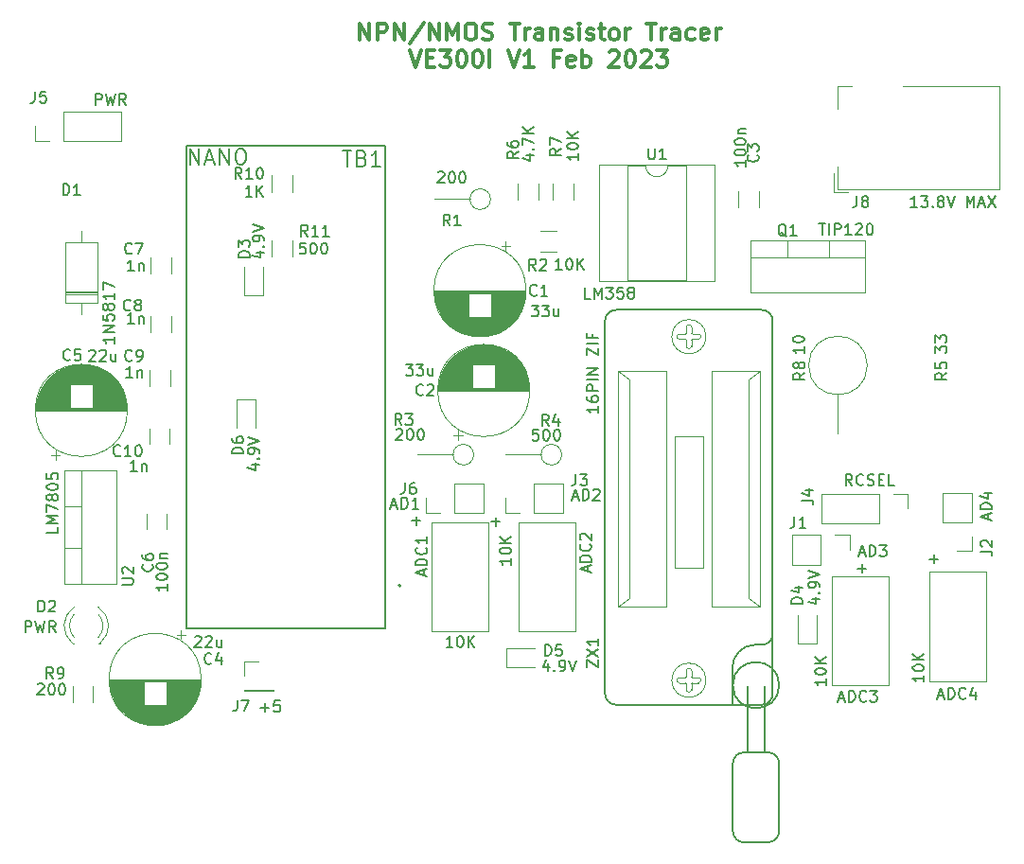
<source format=gbr>
%TF.GenerationSoftware,KiCad,Pcbnew,(6.0.7)*%
%TF.CreationDate,2023-03-15T17:40:26-04:00*%
%TF.ProjectId,NPN Tracer V1,4e504e20-5472-4616-9365-722056312e6b,rev?*%
%TF.SameCoordinates,Original*%
%TF.FileFunction,Legend,Top*%
%TF.FilePolarity,Positive*%
%FSLAX46Y46*%
G04 Gerber Fmt 4.6, Leading zero omitted, Abs format (unit mm)*
G04 Created by KiCad (PCBNEW (6.0.7)) date 2023-03-15 17:40:26*
%MOMM*%
%LPD*%
G01*
G04 APERTURE LIST*
%ADD10C,0.200000*%
%ADD11C,0.300000*%
%ADD12C,0.150000*%
%ADD13C,0.127000*%
%ADD14C,0.120000*%
%ADD15C,0.101600*%
%ADD16C,0.203200*%
G04 APERTURE END LIST*
D10*
X121031047Y-96908928D02*
X121792952Y-96908928D01*
X121412000Y-97289880D02*
X121412000Y-96527976D01*
X128143047Y-96972428D02*
X128904952Y-96972428D01*
X128524000Y-97353380D02*
X128524000Y-96591476D01*
X167322547Y-100337928D02*
X168084452Y-100337928D01*
X167703500Y-100718880D02*
X167703500Y-99956976D01*
X160909047Y-101163428D02*
X161670952Y-101163428D01*
X161290000Y-101544380D02*
X161290000Y-100782476D01*
D11*
X116361785Y-53890571D02*
X116361785Y-52390571D01*
X117218928Y-53890571D01*
X117218928Y-52390571D01*
X117933214Y-53890571D02*
X117933214Y-52390571D01*
X118504642Y-52390571D01*
X118647500Y-52462000D01*
X118718928Y-52533428D01*
X118790357Y-52676285D01*
X118790357Y-52890571D01*
X118718928Y-53033428D01*
X118647500Y-53104857D01*
X118504642Y-53176285D01*
X117933214Y-53176285D01*
X119433214Y-53890571D02*
X119433214Y-52390571D01*
X120290357Y-53890571D01*
X120290357Y-52390571D01*
X122076071Y-52319142D02*
X120790357Y-54247714D01*
X122576071Y-53890571D02*
X122576071Y-52390571D01*
X123433214Y-53890571D01*
X123433214Y-52390571D01*
X124147499Y-53890571D02*
X124147499Y-52390571D01*
X124647499Y-53462000D01*
X125147499Y-52390571D01*
X125147499Y-53890571D01*
X126147500Y-52390571D02*
X126433214Y-52390571D01*
X126576071Y-52462000D01*
X126718928Y-52604857D01*
X126790357Y-52890571D01*
X126790357Y-53390571D01*
X126718928Y-53676285D01*
X126576071Y-53819142D01*
X126433214Y-53890571D01*
X126147500Y-53890571D01*
X126004642Y-53819142D01*
X125861785Y-53676285D01*
X125790357Y-53390571D01*
X125790357Y-52890571D01*
X125861785Y-52604857D01*
X126004642Y-52462000D01*
X126147500Y-52390571D01*
X127361785Y-53819142D02*
X127576071Y-53890571D01*
X127933214Y-53890571D01*
X128076071Y-53819142D01*
X128147499Y-53747714D01*
X128218928Y-53604857D01*
X128218928Y-53462000D01*
X128147499Y-53319142D01*
X128076071Y-53247714D01*
X127933214Y-53176285D01*
X127647499Y-53104857D01*
X127504642Y-53033428D01*
X127433214Y-52962000D01*
X127361785Y-52819142D01*
X127361785Y-52676285D01*
X127433214Y-52533428D01*
X127504642Y-52462000D01*
X127647499Y-52390571D01*
X128004642Y-52390571D01*
X128218928Y-52462000D01*
X129790357Y-52390571D02*
X130647500Y-52390571D01*
X130218928Y-53890571D02*
X130218928Y-52390571D01*
X131147499Y-53890571D02*
X131147499Y-52890571D01*
X131147499Y-53176285D02*
X131218928Y-53033428D01*
X131290357Y-52962000D01*
X131433214Y-52890571D01*
X131576071Y-52890571D01*
X132718928Y-53890571D02*
X132718928Y-53104857D01*
X132647500Y-52962000D01*
X132504642Y-52890571D01*
X132218928Y-52890571D01*
X132076071Y-52962000D01*
X132718928Y-53819142D02*
X132576071Y-53890571D01*
X132218928Y-53890571D01*
X132076071Y-53819142D01*
X132004642Y-53676285D01*
X132004642Y-53533428D01*
X132076071Y-53390571D01*
X132218928Y-53319142D01*
X132576071Y-53319142D01*
X132718928Y-53247714D01*
X133433214Y-52890571D02*
X133433214Y-53890571D01*
X133433214Y-53033428D02*
X133504642Y-52962000D01*
X133647500Y-52890571D01*
X133861785Y-52890571D01*
X134004642Y-52962000D01*
X134076071Y-53104857D01*
X134076071Y-53890571D01*
X134718928Y-53819142D02*
X134861785Y-53890571D01*
X135147500Y-53890571D01*
X135290357Y-53819142D01*
X135361785Y-53676285D01*
X135361785Y-53604857D01*
X135290357Y-53462000D01*
X135147500Y-53390571D01*
X134933214Y-53390571D01*
X134790357Y-53319142D01*
X134718928Y-53176285D01*
X134718928Y-53104857D01*
X134790357Y-52962000D01*
X134933214Y-52890571D01*
X135147500Y-52890571D01*
X135290357Y-52962000D01*
X136004642Y-53890571D02*
X136004642Y-52890571D01*
X136004642Y-52390571D02*
X135933214Y-52462000D01*
X136004642Y-52533428D01*
X136076071Y-52462000D01*
X136004642Y-52390571D01*
X136004642Y-52533428D01*
X136647500Y-53819142D02*
X136790357Y-53890571D01*
X137076071Y-53890571D01*
X137218928Y-53819142D01*
X137290357Y-53676285D01*
X137290357Y-53604857D01*
X137218928Y-53462000D01*
X137076071Y-53390571D01*
X136861785Y-53390571D01*
X136718928Y-53319142D01*
X136647500Y-53176285D01*
X136647500Y-53104857D01*
X136718928Y-52962000D01*
X136861785Y-52890571D01*
X137076071Y-52890571D01*
X137218928Y-52962000D01*
X137718928Y-52890571D02*
X138290357Y-52890571D01*
X137933214Y-52390571D02*
X137933214Y-53676285D01*
X138004642Y-53819142D01*
X138147500Y-53890571D01*
X138290357Y-53890571D01*
X139004642Y-53890571D02*
X138861785Y-53819142D01*
X138790357Y-53747714D01*
X138718928Y-53604857D01*
X138718928Y-53176285D01*
X138790357Y-53033428D01*
X138861785Y-52962000D01*
X139004642Y-52890571D01*
X139218928Y-52890571D01*
X139361785Y-52962000D01*
X139433214Y-53033428D01*
X139504642Y-53176285D01*
X139504642Y-53604857D01*
X139433214Y-53747714D01*
X139361785Y-53819142D01*
X139218928Y-53890571D01*
X139004642Y-53890571D01*
X140147500Y-53890571D02*
X140147500Y-52890571D01*
X140147500Y-53176285D02*
X140218928Y-53033428D01*
X140290357Y-52962000D01*
X140433214Y-52890571D01*
X140576071Y-52890571D01*
X142004642Y-52390571D02*
X142861785Y-52390571D01*
X142433214Y-53890571D02*
X142433214Y-52390571D01*
X143361785Y-53890571D02*
X143361785Y-52890571D01*
X143361785Y-53176285D02*
X143433214Y-53033428D01*
X143504642Y-52962000D01*
X143647500Y-52890571D01*
X143790357Y-52890571D01*
X144933214Y-53890571D02*
X144933214Y-53104857D01*
X144861785Y-52962000D01*
X144718928Y-52890571D01*
X144433214Y-52890571D01*
X144290357Y-52962000D01*
X144933214Y-53819142D02*
X144790357Y-53890571D01*
X144433214Y-53890571D01*
X144290357Y-53819142D01*
X144218928Y-53676285D01*
X144218928Y-53533428D01*
X144290357Y-53390571D01*
X144433214Y-53319142D01*
X144790357Y-53319142D01*
X144933214Y-53247714D01*
X146290357Y-53819142D02*
X146147500Y-53890571D01*
X145861785Y-53890571D01*
X145718928Y-53819142D01*
X145647500Y-53747714D01*
X145576071Y-53604857D01*
X145576071Y-53176285D01*
X145647500Y-53033428D01*
X145718928Y-52962000D01*
X145861785Y-52890571D01*
X146147500Y-52890571D01*
X146290357Y-52962000D01*
X147504642Y-53819142D02*
X147361785Y-53890571D01*
X147076071Y-53890571D01*
X146933214Y-53819142D01*
X146861785Y-53676285D01*
X146861785Y-53104857D01*
X146933214Y-52962000D01*
X147076071Y-52890571D01*
X147361785Y-52890571D01*
X147504642Y-52962000D01*
X147576071Y-53104857D01*
X147576071Y-53247714D01*
X146861785Y-53390571D01*
X148218928Y-53890571D02*
X148218928Y-52890571D01*
X148218928Y-53176285D02*
X148290357Y-53033428D01*
X148361785Y-52962000D01*
X148504642Y-52890571D01*
X148647500Y-52890571D01*
X120826071Y-54805571D02*
X121326071Y-56305571D01*
X121826071Y-54805571D01*
X122326071Y-55519857D02*
X122826071Y-55519857D01*
X123040357Y-56305571D02*
X122326071Y-56305571D01*
X122326071Y-54805571D01*
X123040357Y-54805571D01*
X123540357Y-54805571D02*
X124468928Y-54805571D01*
X123968928Y-55377000D01*
X124183214Y-55377000D01*
X124326071Y-55448428D01*
X124397500Y-55519857D01*
X124468928Y-55662714D01*
X124468928Y-56019857D01*
X124397500Y-56162714D01*
X124326071Y-56234142D01*
X124183214Y-56305571D01*
X123754642Y-56305571D01*
X123611785Y-56234142D01*
X123540357Y-56162714D01*
X125397500Y-54805571D02*
X125540357Y-54805571D01*
X125683214Y-54877000D01*
X125754642Y-54948428D01*
X125826071Y-55091285D01*
X125897500Y-55377000D01*
X125897500Y-55734142D01*
X125826071Y-56019857D01*
X125754642Y-56162714D01*
X125683214Y-56234142D01*
X125540357Y-56305571D01*
X125397500Y-56305571D01*
X125254642Y-56234142D01*
X125183214Y-56162714D01*
X125111785Y-56019857D01*
X125040357Y-55734142D01*
X125040357Y-55377000D01*
X125111785Y-55091285D01*
X125183214Y-54948428D01*
X125254642Y-54877000D01*
X125397500Y-54805571D01*
X126826071Y-54805571D02*
X126968928Y-54805571D01*
X127111785Y-54877000D01*
X127183214Y-54948428D01*
X127254642Y-55091285D01*
X127326071Y-55377000D01*
X127326071Y-55734142D01*
X127254642Y-56019857D01*
X127183214Y-56162714D01*
X127111785Y-56234142D01*
X126968928Y-56305571D01*
X126826071Y-56305571D01*
X126683214Y-56234142D01*
X126611785Y-56162714D01*
X126540357Y-56019857D01*
X126468928Y-55734142D01*
X126468928Y-55377000D01*
X126540357Y-55091285D01*
X126611785Y-54948428D01*
X126683214Y-54877000D01*
X126826071Y-54805571D01*
X127968928Y-56305571D02*
X127968928Y-54805571D01*
X129611785Y-54805571D02*
X130111785Y-56305571D01*
X130611785Y-54805571D01*
X131897500Y-56305571D02*
X131040357Y-56305571D01*
X131468928Y-56305571D02*
X131468928Y-54805571D01*
X131326071Y-55019857D01*
X131183214Y-55162714D01*
X131040357Y-55234142D01*
X134183214Y-55519857D02*
X133683214Y-55519857D01*
X133683214Y-56305571D02*
X133683214Y-54805571D01*
X134397500Y-54805571D01*
X135540357Y-56234142D02*
X135397500Y-56305571D01*
X135111785Y-56305571D01*
X134968928Y-56234142D01*
X134897500Y-56091285D01*
X134897500Y-55519857D01*
X134968928Y-55377000D01*
X135111785Y-55305571D01*
X135397500Y-55305571D01*
X135540357Y-55377000D01*
X135611785Y-55519857D01*
X135611785Y-55662714D01*
X134897500Y-55805571D01*
X136254642Y-56305571D02*
X136254642Y-54805571D01*
X136254642Y-55377000D02*
X136397500Y-55305571D01*
X136683214Y-55305571D01*
X136826071Y-55377000D01*
X136897500Y-55448428D01*
X136968928Y-55591285D01*
X136968928Y-56019857D01*
X136897500Y-56162714D01*
X136826071Y-56234142D01*
X136683214Y-56305571D01*
X136397500Y-56305571D01*
X136254642Y-56234142D01*
X138683214Y-54948428D02*
X138754642Y-54877000D01*
X138897500Y-54805571D01*
X139254642Y-54805571D01*
X139397500Y-54877000D01*
X139468928Y-54948428D01*
X139540357Y-55091285D01*
X139540357Y-55234142D01*
X139468928Y-55448428D01*
X138611785Y-56305571D01*
X139540357Y-56305571D01*
X140468928Y-54805571D02*
X140611785Y-54805571D01*
X140754642Y-54877000D01*
X140826071Y-54948428D01*
X140897500Y-55091285D01*
X140968928Y-55377000D01*
X140968928Y-55734142D01*
X140897500Y-56019857D01*
X140826071Y-56162714D01*
X140754642Y-56234142D01*
X140611785Y-56305571D01*
X140468928Y-56305571D01*
X140326071Y-56234142D01*
X140254642Y-56162714D01*
X140183214Y-56019857D01*
X140111785Y-55734142D01*
X140111785Y-55377000D01*
X140183214Y-55091285D01*
X140254642Y-54948428D01*
X140326071Y-54877000D01*
X140468928Y-54805571D01*
X141540357Y-54948428D02*
X141611785Y-54877000D01*
X141754642Y-54805571D01*
X142111785Y-54805571D01*
X142254642Y-54877000D01*
X142326071Y-54948428D01*
X142397500Y-55091285D01*
X142397500Y-55234142D01*
X142326071Y-55448428D01*
X141468928Y-56305571D01*
X142397500Y-56305571D01*
X142897500Y-54805571D02*
X143826071Y-54805571D01*
X143326071Y-55377000D01*
X143540357Y-55377000D01*
X143683214Y-55448428D01*
X143754642Y-55519857D01*
X143826071Y-55662714D01*
X143826071Y-56019857D01*
X143754642Y-56162714D01*
X143683214Y-56234142D01*
X143540357Y-56305571D01*
X143111785Y-56305571D01*
X142968928Y-56234142D01*
X142897500Y-56162714D01*
D12*
%TO.C,TB1*%
X114819333Y-63812833D02*
X115619333Y-63812833D01*
X115219333Y-65212833D02*
X115219333Y-63812833D01*
X116552666Y-64479500D02*
X116752666Y-64546166D01*
X116819333Y-64612833D01*
X116886000Y-64746166D01*
X116886000Y-64946166D01*
X116819333Y-65079500D01*
X116752666Y-65146166D01*
X116619333Y-65212833D01*
X116086000Y-65212833D01*
X116086000Y-63812833D01*
X116552666Y-63812833D01*
X116686000Y-63879500D01*
X116752666Y-63946166D01*
X116819333Y-64079500D01*
X116819333Y-64212833D01*
X116752666Y-64346166D01*
X116686000Y-64412833D01*
X116552666Y-64479500D01*
X116086000Y-64479500D01*
X118219333Y-65212833D02*
X117419333Y-65212833D01*
X117819333Y-65212833D02*
X117819333Y-63812833D01*
X117686000Y-64012833D01*
X117552666Y-64146166D01*
X117419333Y-64212833D01*
X101165333Y-65022333D02*
X101165333Y-63622333D01*
X101965333Y-65022333D01*
X101965333Y-63622333D01*
X102565333Y-64622333D02*
X103232000Y-64622333D01*
X102432000Y-65022333D02*
X102898666Y-63622333D01*
X103365333Y-65022333D01*
X103832000Y-65022333D02*
X103832000Y-63622333D01*
X104632000Y-65022333D01*
X104632000Y-63622333D01*
X105565333Y-63622333D02*
X105832000Y-63622333D01*
X105965333Y-63689000D01*
X106098666Y-63822333D01*
X106165333Y-64089000D01*
X106165333Y-64555666D01*
X106098666Y-64822333D01*
X105965333Y-64955666D01*
X105832000Y-65022333D01*
X105565333Y-65022333D01*
X105432000Y-64955666D01*
X105298666Y-64822333D01*
X105232000Y-64555666D01*
X105232000Y-64089000D01*
X105298666Y-63822333D01*
X105432000Y-63689000D01*
X105565333Y-63622333D01*
%TO.C,J8*%
X160829666Y-67841880D02*
X160829666Y-68556166D01*
X160782047Y-68699023D01*
X160686809Y-68794261D01*
X160543952Y-68841880D01*
X160448714Y-68841880D01*
X161448714Y-68270452D02*
X161353476Y-68222833D01*
X161305857Y-68175214D01*
X161258238Y-68079976D01*
X161258238Y-68032357D01*
X161305857Y-67937119D01*
X161353476Y-67889500D01*
X161448714Y-67841880D01*
X161639190Y-67841880D01*
X161734428Y-67889500D01*
X161782047Y-67937119D01*
X161829666Y-68032357D01*
X161829666Y-68079976D01*
X161782047Y-68175214D01*
X161734428Y-68222833D01*
X161639190Y-68270452D01*
X161448714Y-68270452D01*
X161353476Y-68318071D01*
X161305857Y-68365690D01*
X161258238Y-68460928D01*
X161258238Y-68651404D01*
X161305857Y-68746642D01*
X161353476Y-68794261D01*
X161448714Y-68841880D01*
X161639190Y-68841880D01*
X161734428Y-68794261D01*
X161782047Y-68746642D01*
X161829666Y-68651404D01*
X161829666Y-68460928D01*
X161782047Y-68365690D01*
X161734428Y-68318071D01*
X161639190Y-68270452D01*
X166227523Y-68841880D02*
X165656095Y-68841880D01*
X165941809Y-68841880D02*
X165941809Y-67841880D01*
X165846571Y-67984738D01*
X165751333Y-68079976D01*
X165656095Y-68127595D01*
X166560857Y-67841880D02*
X167179904Y-67841880D01*
X166846571Y-68222833D01*
X166989428Y-68222833D01*
X167084666Y-68270452D01*
X167132285Y-68318071D01*
X167179904Y-68413309D01*
X167179904Y-68651404D01*
X167132285Y-68746642D01*
X167084666Y-68794261D01*
X166989428Y-68841880D01*
X166703714Y-68841880D01*
X166608476Y-68794261D01*
X166560857Y-68746642D01*
X167608476Y-68746642D02*
X167656095Y-68794261D01*
X167608476Y-68841880D01*
X167560857Y-68794261D01*
X167608476Y-68746642D01*
X167608476Y-68841880D01*
X168227523Y-68270452D02*
X168132285Y-68222833D01*
X168084666Y-68175214D01*
X168037047Y-68079976D01*
X168037047Y-68032357D01*
X168084666Y-67937119D01*
X168132285Y-67889500D01*
X168227523Y-67841880D01*
X168418000Y-67841880D01*
X168513238Y-67889500D01*
X168560857Y-67937119D01*
X168608476Y-68032357D01*
X168608476Y-68079976D01*
X168560857Y-68175214D01*
X168513238Y-68222833D01*
X168418000Y-68270452D01*
X168227523Y-68270452D01*
X168132285Y-68318071D01*
X168084666Y-68365690D01*
X168037047Y-68460928D01*
X168037047Y-68651404D01*
X168084666Y-68746642D01*
X168132285Y-68794261D01*
X168227523Y-68841880D01*
X168418000Y-68841880D01*
X168513238Y-68794261D01*
X168560857Y-68746642D01*
X168608476Y-68651404D01*
X168608476Y-68460928D01*
X168560857Y-68365690D01*
X168513238Y-68318071D01*
X168418000Y-68270452D01*
X168894190Y-67841880D02*
X169227523Y-68841880D01*
X169560857Y-67841880D01*
X170656095Y-68841880D02*
X170656095Y-67841880D01*
X170989428Y-68556166D01*
X171322761Y-67841880D01*
X171322761Y-68841880D01*
X171751333Y-68556166D02*
X172227523Y-68556166D01*
X171656095Y-68841880D02*
X171989428Y-67841880D01*
X172322761Y-68841880D01*
X172560857Y-67841880D02*
X173227523Y-68841880D01*
X173227523Y-67841880D02*
X172560857Y-68841880D01*
%TO.C,J5*%
X87296666Y-58507380D02*
X87296666Y-59221666D01*
X87249047Y-59364523D01*
X87153809Y-59459761D01*
X87010952Y-59507380D01*
X86915714Y-59507380D01*
X88249047Y-58507380D02*
X87772857Y-58507380D01*
X87725238Y-58983571D01*
X87772857Y-58935952D01*
X87868095Y-58888333D01*
X88106190Y-58888333D01*
X88201428Y-58935952D01*
X88249047Y-58983571D01*
X88296666Y-59078809D01*
X88296666Y-59316904D01*
X88249047Y-59412142D01*
X88201428Y-59459761D01*
X88106190Y-59507380D01*
X87868095Y-59507380D01*
X87772857Y-59459761D01*
X87725238Y-59412142D01*
X92710166Y-59697880D02*
X92710166Y-58697880D01*
X93091119Y-58697880D01*
X93186357Y-58745500D01*
X93233976Y-58793119D01*
X93281595Y-58888357D01*
X93281595Y-59031214D01*
X93233976Y-59126452D01*
X93186357Y-59174071D01*
X93091119Y-59221690D01*
X92710166Y-59221690D01*
X93614928Y-58697880D02*
X93853023Y-59697880D01*
X94043500Y-58983595D01*
X94233976Y-59697880D01*
X94472071Y-58697880D01*
X95424452Y-59697880D02*
X95091119Y-59221690D01*
X94853023Y-59697880D02*
X94853023Y-58697880D01*
X95233976Y-58697880D01*
X95329214Y-58745500D01*
X95376833Y-58793119D01*
X95424452Y-58888357D01*
X95424452Y-59031214D01*
X95376833Y-59126452D01*
X95329214Y-59174071D01*
X95233976Y-59221690D01*
X94853023Y-59221690D01*
%TO.C,D1*%
X89812904Y-67762380D02*
X89812904Y-66762380D01*
X90051000Y-66762380D01*
X90193857Y-66810000D01*
X90289095Y-66905238D01*
X90336714Y-67000476D01*
X90384333Y-67190952D01*
X90384333Y-67333809D01*
X90336714Y-67524285D01*
X90289095Y-67619523D01*
X90193857Y-67714761D01*
X90051000Y-67762380D01*
X89812904Y-67762380D01*
X91336714Y-67762380D02*
X90765285Y-67762380D01*
X91051000Y-67762380D02*
X91051000Y-66762380D01*
X90955761Y-66905238D01*
X90860523Y-67000476D01*
X90765285Y-67048095D01*
X94368880Y-80438357D02*
X94368880Y-81009785D01*
X94368880Y-80724071D02*
X93368880Y-80724071D01*
X93511738Y-80819309D01*
X93606976Y-80914547D01*
X93654595Y-81009785D01*
X94368880Y-80009785D02*
X93368880Y-80009785D01*
X94368880Y-79438357D01*
X93368880Y-79438357D01*
X93368880Y-78485976D02*
X93368880Y-78962166D01*
X93845071Y-79009785D01*
X93797452Y-78962166D01*
X93749833Y-78866928D01*
X93749833Y-78628833D01*
X93797452Y-78533595D01*
X93845071Y-78485976D01*
X93940309Y-78438357D01*
X94178404Y-78438357D01*
X94273642Y-78485976D01*
X94321261Y-78533595D01*
X94368880Y-78628833D01*
X94368880Y-78866928D01*
X94321261Y-78962166D01*
X94273642Y-79009785D01*
X93797452Y-77866928D02*
X93749833Y-77962166D01*
X93702214Y-78009785D01*
X93606976Y-78057404D01*
X93559357Y-78057404D01*
X93464119Y-78009785D01*
X93416500Y-77962166D01*
X93368880Y-77866928D01*
X93368880Y-77676452D01*
X93416500Y-77581214D01*
X93464119Y-77533595D01*
X93559357Y-77485976D01*
X93606976Y-77485976D01*
X93702214Y-77533595D01*
X93749833Y-77581214D01*
X93797452Y-77676452D01*
X93797452Y-77866928D01*
X93845071Y-77962166D01*
X93892690Y-78009785D01*
X93987928Y-78057404D01*
X94178404Y-78057404D01*
X94273642Y-78009785D01*
X94321261Y-77962166D01*
X94368880Y-77866928D01*
X94368880Y-77676452D01*
X94321261Y-77581214D01*
X94273642Y-77533595D01*
X94178404Y-77485976D01*
X93987928Y-77485976D01*
X93892690Y-77533595D01*
X93845071Y-77581214D01*
X93797452Y-77676452D01*
X94368880Y-76533595D02*
X94368880Y-77105023D01*
X94368880Y-76819309D02*
X93368880Y-76819309D01*
X93511738Y-76914547D01*
X93606976Y-77009785D01*
X93654595Y-77105023D01*
X93368880Y-76200261D02*
X93368880Y-75533595D01*
X94368880Y-75962166D01*
%TO.C,C7*%
X95972333Y-72937642D02*
X95924714Y-72985261D01*
X95781857Y-73032880D01*
X95686619Y-73032880D01*
X95543761Y-72985261D01*
X95448523Y-72890023D01*
X95400904Y-72794785D01*
X95353285Y-72604309D01*
X95353285Y-72461452D01*
X95400904Y-72270976D01*
X95448523Y-72175738D01*
X95543761Y-72080500D01*
X95686619Y-72032880D01*
X95781857Y-72032880D01*
X95924714Y-72080500D01*
X95972333Y-72128119D01*
X96305666Y-72032880D02*
X96972333Y-72032880D01*
X96543761Y-73032880D01*
X96162833Y-74556880D02*
X95591404Y-74556880D01*
X95877119Y-74556880D02*
X95877119Y-73556880D01*
X95781880Y-73699738D01*
X95686642Y-73794976D01*
X95591404Y-73842595D01*
X96591404Y-73890214D02*
X96591404Y-74556880D01*
X96591404Y-73985452D02*
X96639023Y-73937833D01*
X96734261Y-73890214D01*
X96877119Y-73890214D01*
X96972357Y-73937833D01*
X97019976Y-74033071D01*
X97019976Y-74556880D01*
%TO.C,R11*%
X111688642Y-71445380D02*
X111355309Y-70969190D01*
X111117214Y-71445380D02*
X111117214Y-70445380D01*
X111498166Y-70445380D01*
X111593404Y-70493000D01*
X111641023Y-70540619D01*
X111688642Y-70635857D01*
X111688642Y-70778714D01*
X111641023Y-70873952D01*
X111593404Y-70921571D01*
X111498166Y-70969190D01*
X111117214Y-70969190D01*
X112641023Y-71445380D02*
X112069595Y-71445380D01*
X112355309Y-71445380D02*
X112355309Y-70445380D01*
X112260071Y-70588238D01*
X112164833Y-70683476D01*
X112069595Y-70731095D01*
X113593404Y-71445380D02*
X113021976Y-71445380D01*
X113307690Y-71445380D02*
X113307690Y-70445380D01*
X113212452Y-70588238D01*
X113117214Y-70683476D01*
X113021976Y-70731095D01*
X111490214Y-72032880D02*
X111014023Y-72032880D01*
X110966404Y-72509071D01*
X111014023Y-72461452D01*
X111109261Y-72413833D01*
X111347357Y-72413833D01*
X111442595Y-72461452D01*
X111490214Y-72509071D01*
X111537833Y-72604309D01*
X111537833Y-72842404D01*
X111490214Y-72937642D01*
X111442595Y-72985261D01*
X111347357Y-73032880D01*
X111109261Y-73032880D01*
X111014023Y-72985261D01*
X110966404Y-72937642D01*
X112156880Y-72032880D02*
X112252119Y-72032880D01*
X112347357Y-72080500D01*
X112394976Y-72128119D01*
X112442595Y-72223357D01*
X112490214Y-72413833D01*
X112490214Y-72651928D01*
X112442595Y-72842404D01*
X112394976Y-72937642D01*
X112347357Y-72985261D01*
X112252119Y-73032880D01*
X112156880Y-73032880D01*
X112061642Y-72985261D01*
X112014023Y-72937642D01*
X111966404Y-72842404D01*
X111918785Y-72651928D01*
X111918785Y-72413833D01*
X111966404Y-72223357D01*
X112014023Y-72128119D01*
X112061642Y-72080500D01*
X112156880Y-72032880D01*
X113109261Y-72032880D02*
X113204500Y-72032880D01*
X113299738Y-72080500D01*
X113347357Y-72128119D01*
X113394976Y-72223357D01*
X113442595Y-72413833D01*
X113442595Y-72651928D01*
X113394976Y-72842404D01*
X113347357Y-72937642D01*
X113299738Y-72985261D01*
X113204500Y-73032880D01*
X113109261Y-73032880D01*
X113014023Y-72985261D01*
X112966404Y-72937642D01*
X112918785Y-72842404D01*
X112871166Y-72651928D01*
X112871166Y-72413833D01*
X112918785Y-72223357D01*
X112966404Y-72128119D01*
X113014023Y-72080500D01*
X113109261Y-72032880D01*
%TO.C,C10*%
X94924642Y-91035142D02*
X94877023Y-91082761D01*
X94734166Y-91130380D01*
X94638928Y-91130380D01*
X94496071Y-91082761D01*
X94400833Y-90987523D01*
X94353214Y-90892285D01*
X94305595Y-90701809D01*
X94305595Y-90558952D01*
X94353214Y-90368476D01*
X94400833Y-90273238D01*
X94496071Y-90178000D01*
X94638928Y-90130380D01*
X94734166Y-90130380D01*
X94877023Y-90178000D01*
X94924642Y-90225619D01*
X95877023Y-91130380D02*
X95305595Y-91130380D01*
X95591309Y-91130380D02*
X95591309Y-90130380D01*
X95496071Y-90273238D01*
X95400833Y-90368476D01*
X95305595Y-90416095D01*
X96496071Y-90130380D02*
X96591309Y-90130380D01*
X96686547Y-90178000D01*
X96734166Y-90225619D01*
X96781785Y-90320857D01*
X96829404Y-90511333D01*
X96829404Y-90749428D01*
X96781785Y-90939904D01*
X96734166Y-91035142D01*
X96686547Y-91082761D01*
X96591309Y-91130380D01*
X96496071Y-91130380D01*
X96400833Y-91082761D01*
X96353214Y-91035142D01*
X96305595Y-90939904D01*
X96257976Y-90749428D01*
X96257976Y-90511333D01*
X96305595Y-90320857D01*
X96353214Y-90225619D01*
X96400833Y-90178000D01*
X96496071Y-90130380D01*
X96416833Y-92463880D02*
X95845404Y-92463880D01*
X96131119Y-92463880D02*
X96131119Y-91463880D01*
X96035880Y-91606738D01*
X95940642Y-91701976D01*
X95845404Y-91749595D01*
X96845404Y-91797214D02*
X96845404Y-92463880D01*
X96845404Y-91892452D02*
X96893023Y-91844833D01*
X96988261Y-91797214D01*
X97131119Y-91797214D01*
X97226357Y-91844833D01*
X97273976Y-91940071D01*
X97273976Y-92463880D01*
%TO.C,C2*%
X122027833Y-85603793D02*
X121980214Y-85651412D01*
X121837357Y-85699031D01*
X121742119Y-85699031D01*
X121599261Y-85651412D01*
X121504023Y-85556174D01*
X121456404Y-85460936D01*
X121408785Y-85270460D01*
X121408785Y-85127603D01*
X121456404Y-84937127D01*
X121504023Y-84841889D01*
X121599261Y-84746651D01*
X121742119Y-84699031D01*
X121837357Y-84699031D01*
X121980214Y-84746651D01*
X122027833Y-84794270D01*
X122408785Y-84794270D02*
X122456404Y-84746651D01*
X122551642Y-84699031D01*
X122789738Y-84699031D01*
X122884976Y-84746651D01*
X122932595Y-84794270D01*
X122980214Y-84889508D01*
X122980214Y-84984746D01*
X122932595Y-85127603D01*
X122361166Y-85699031D01*
X122980214Y-85699031D01*
X120467595Y-82901031D02*
X121086642Y-82901031D01*
X120753309Y-83281984D01*
X120896166Y-83281984D01*
X120991404Y-83329603D01*
X121039023Y-83377222D01*
X121086642Y-83472460D01*
X121086642Y-83710555D01*
X121039023Y-83805793D01*
X120991404Y-83853412D01*
X120896166Y-83901031D01*
X120610452Y-83901031D01*
X120515214Y-83853412D01*
X120467595Y-83805793D01*
X121419976Y-82901031D02*
X122039023Y-82901031D01*
X121705690Y-83281984D01*
X121848547Y-83281984D01*
X121943785Y-83329603D01*
X121991404Y-83377222D01*
X122039023Y-83472460D01*
X122039023Y-83710555D01*
X121991404Y-83805793D01*
X121943785Y-83853412D01*
X121848547Y-83901031D01*
X121562833Y-83901031D01*
X121467595Y-83853412D01*
X121419976Y-83805793D01*
X122896166Y-83234365D02*
X122896166Y-83901031D01*
X122467595Y-83234365D02*
X122467595Y-83758174D01*
X122515214Y-83853412D01*
X122610452Y-83901031D01*
X122753309Y-83901031D01*
X122848547Y-83853412D01*
X122896166Y-83805793D01*
%TO.C,C6*%
X97766142Y-100799666D02*
X97813761Y-100847285D01*
X97861380Y-100990142D01*
X97861380Y-101085380D01*
X97813761Y-101228238D01*
X97718523Y-101323476D01*
X97623285Y-101371095D01*
X97432809Y-101418714D01*
X97289952Y-101418714D01*
X97099476Y-101371095D01*
X97004238Y-101323476D01*
X96909000Y-101228238D01*
X96861380Y-101085380D01*
X96861380Y-100990142D01*
X96909000Y-100847285D01*
X96956619Y-100799666D01*
X96861380Y-99942523D02*
X96861380Y-100133000D01*
X96909000Y-100228238D01*
X96956619Y-100275857D01*
X97099476Y-100371095D01*
X97289952Y-100418714D01*
X97670904Y-100418714D01*
X97766142Y-100371095D01*
X97813761Y-100323476D01*
X97861380Y-100228238D01*
X97861380Y-100037761D01*
X97813761Y-99942523D01*
X97766142Y-99894904D01*
X97670904Y-99847285D01*
X97432809Y-99847285D01*
X97337571Y-99894904D01*
X97289952Y-99942523D01*
X97242333Y-100037761D01*
X97242333Y-100228238D01*
X97289952Y-100323476D01*
X97337571Y-100371095D01*
X97432809Y-100418714D01*
X99131380Y-102577547D02*
X99131380Y-103148976D01*
X99131380Y-102863261D02*
X98131380Y-102863261D01*
X98274238Y-102958500D01*
X98369476Y-103053738D01*
X98417095Y-103148976D01*
X98131380Y-101958500D02*
X98131380Y-101863261D01*
X98179000Y-101768023D01*
X98226619Y-101720404D01*
X98321857Y-101672785D01*
X98512333Y-101625166D01*
X98750428Y-101625166D01*
X98940904Y-101672785D01*
X99036142Y-101720404D01*
X99083761Y-101768023D01*
X99131380Y-101863261D01*
X99131380Y-101958500D01*
X99083761Y-102053738D01*
X99036142Y-102101357D01*
X98940904Y-102148976D01*
X98750428Y-102196595D01*
X98512333Y-102196595D01*
X98321857Y-102148976D01*
X98226619Y-102101357D01*
X98179000Y-102053738D01*
X98131380Y-101958500D01*
X98131380Y-101006119D02*
X98131380Y-100910880D01*
X98179000Y-100815642D01*
X98226619Y-100768023D01*
X98321857Y-100720404D01*
X98512333Y-100672785D01*
X98750428Y-100672785D01*
X98940904Y-100720404D01*
X99036142Y-100768023D01*
X99083761Y-100815642D01*
X99131380Y-100910880D01*
X99131380Y-101006119D01*
X99083761Y-101101357D01*
X99036142Y-101148976D01*
X98940904Y-101196595D01*
X98750428Y-101244214D01*
X98512333Y-101244214D01*
X98321857Y-101196595D01*
X98226619Y-101148976D01*
X98179000Y-101101357D01*
X98131380Y-101006119D01*
X98464714Y-100244214D02*
X99131380Y-100244214D01*
X98559952Y-100244214D02*
X98512333Y-100196595D01*
X98464714Y-100101357D01*
X98464714Y-99958500D01*
X98512333Y-99863261D01*
X98607571Y-99815642D01*
X99131380Y-99815642D01*
%TO.C,U1*%
X142162095Y-63567880D02*
X142162095Y-64377404D01*
X142209714Y-64472642D01*
X142257333Y-64520261D01*
X142352571Y-64567880D01*
X142543047Y-64567880D01*
X142638285Y-64520261D01*
X142685904Y-64472642D01*
X142733523Y-64377404D01*
X142733523Y-63567880D01*
X143733523Y-64567880D02*
X143162095Y-64567880D01*
X143447809Y-64567880D02*
X143447809Y-63567880D01*
X143352571Y-63710738D01*
X143257333Y-63805976D01*
X143162095Y-63853595D01*
X136993523Y-77033380D02*
X136517333Y-77033380D01*
X136517333Y-76033380D01*
X137326857Y-77033380D02*
X137326857Y-76033380D01*
X137660190Y-76747666D01*
X137993523Y-76033380D01*
X137993523Y-77033380D01*
X138374476Y-76033380D02*
X138993523Y-76033380D01*
X138660190Y-76414333D01*
X138803047Y-76414333D01*
X138898285Y-76461952D01*
X138945904Y-76509571D01*
X138993523Y-76604809D01*
X138993523Y-76842904D01*
X138945904Y-76938142D01*
X138898285Y-76985761D01*
X138803047Y-77033380D01*
X138517333Y-77033380D01*
X138422095Y-76985761D01*
X138374476Y-76938142D01*
X139898285Y-76033380D02*
X139422095Y-76033380D01*
X139374476Y-76509571D01*
X139422095Y-76461952D01*
X139517333Y-76414333D01*
X139755428Y-76414333D01*
X139850666Y-76461952D01*
X139898285Y-76509571D01*
X139945904Y-76604809D01*
X139945904Y-76842904D01*
X139898285Y-76938142D01*
X139850666Y-76985761D01*
X139755428Y-77033380D01*
X139517333Y-77033380D01*
X139422095Y-76985761D01*
X139374476Y-76938142D01*
X140517333Y-76461952D02*
X140422095Y-76414333D01*
X140374476Y-76366714D01*
X140326857Y-76271476D01*
X140326857Y-76223857D01*
X140374476Y-76128619D01*
X140422095Y-76081000D01*
X140517333Y-76033380D01*
X140707809Y-76033380D01*
X140803047Y-76081000D01*
X140850666Y-76128619D01*
X140898285Y-76223857D01*
X140898285Y-76271476D01*
X140850666Y-76366714D01*
X140803047Y-76414333D01*
X140707809Y-76461952D01*
X140517333Y-76461952D01*
X140422095Y-76509571D01*
X140374476Y-76557190D01*
X140326857Y-76652428D01*
X140326857Y-76842904D01*
X140374476Y-76938142D01*
X140422095Y-76985761D01*
X140517333Y-77033380D01*
X140707809Y-77033380D01*
X140803047Y-76985761D01*
X140850666Y-76938142D01*
X140898285Y-76842904D01*
X140898285Y-76652428D01*
X140850666Y-76557190D01*
X140803047Y-76509571D01*
X140707809Y-76461952D01*
%TO.C,J2*%
X171918380Y-99647333D02*
X172632666Y-99647333D01*
X172775523Y-99694952D01*
X172870761Y-99790190D01*
X172918380Y-99933047D01*
X172918380Y-100028285D01*
X172013619Y-99218761D02*
X171966000Y-99171142D01*
X171918380Y-99075904D01*
X171918380Y-98837809D01*
X171966000Y-98742571D01*
X172013619Y-98694952D01*
X172108857Y-98647333D01*
X172204095Y-98647333D01*
X172346952Y-98694952D01*
X172918380Y-99266380D01*
X172918380Y-98647333D01*
X172569166Y-96786785D02*
X172569166Y-96310595D01*
X172854880Y-96882023D02*
X171854880Y-96548690D01*
X172854880Y-96215357D01*
X172854880Y-95882023D02*
X171854880Y-95882023D01*
X171854880Y-95643928D01*
X171902500Y-95501071D01*
X171997738Y-95405833D01*
X172092976Y-95358214D01*
X172283452Y-95310595D01*
X172426309Y-95310595D01*
X172616785Y-95358214D01*
X172712023Y-95405833D01*
X172807261Y-95501071D01*
X172854880Y-95643928D01*
X172854880Y-95882023D01*
X172188214Y-94453452D02*
X172854880Y-94453452D01*
X171807261Y-94691547D02*
X172521547Y-94929642D01*
X172521547Y-94310595D01*
%TO.C,J6*%
X120380166Y-93495880D02*
X120380166Y-94210166D01*
X120332547Y-94353023D01*
X120237309Y-94448261D01*
X120094452Y-94495880D01*
X119999214Y-94495880D01*
X121284928Y-93495880D02*
X121094452Y-93495880D01*
X120999214Y-93543500D01*
X120951595Y-93591119D01*
X120856357Y-93733976D01*
X120808738Y-93924452D01*
X120808738Y-94305404D01*
X120856357Y-94400642D01*
X120903976Y-94448261D01*
X120999214Y-94495880D01*
X121189690Y-94495880D01*
X121284928Y-94448261D01*
X121332547Y-94400642D01*
X121380166Y-94305404D01*
X121380166Y-94067309D01*
X121332547Y-93972071D01*
X121284928Y-93924452D01*
X121189690Y-93876833D01*
X120999214Y-93876833D01*
X120903976Y-93924452D01*
X120856357Y-93972071D01*
X120808738Y-94067309D01*
X119181714Y-95543666D02*
X119657904Y-95543666D01*
X119086476Y-95829380D02*
X119419809Y-94829380D01*
X119753142Y-95829380D01*
X120086476Y-95829380D02*
X120086476Y-94829380D01*
X120324571Y-94829380D01*
X120467428Y-94877000D01*
X120562666Y-94972238D01*
X120610285Y-95067476D01*
X120657904Y-95257952D01*
X120657904Y-95400809D01*
X120610285Y-95591285D01*
X120562666Y-95686523D01*
X120467428Y-95781761D01*
X120324571Y-95829380D01*
X120086476Y-95829380D01*
X121610285Y-95829380D02*
X121038857Y-95829380D01*
X121324571Y-95829380D02*
X121324571Y-94829380D01*
X121229333Y-94972238D01*
X121134095Y-95067476D01*
X121038857Y-95115095D01*
%TO.C,C3*%
X151931642Y-64174666D02*
X151979261Y-64222285D01*
X152026880Y-64365142D01*
X152026880Y-64460380D01*
X151979261Y-64603238D01*
X151884023Y-64698476D01*
X151788785Y-64746095D01*
X151598309Y-64793714D01*
X151455452Y-64793714D01*
X151264976Y-64746095D01*
X151169738Y-64698476D01*
X151074500Y-64603238D01*
X151026880Y-64460380D01*
X151026880Y-64365142D01*
X151074500Y-64222285D01*
X151122119Y-64174666D01*
X151026880Y-63841333D02*
X151026880Y-63222285D01*
X151407833Y-63555619D01*
X151407833Y-63412761D01*
X151455452Y-63317523D01*
X151503071Y-63269904D01*
X151598309Y-63222285D01*
X151836404Y-63222285D01*
X151931642Y-63269904D01*
X151979261Y-63317523D01*
X152026880Y-63412761D01*
X152026880Y-63698476D01*
X151979261Y-63793714D01*
X151931642Y-63841333D01*
X150883880Y-64619047D02*
X150883880Y-65190476D01*
X150883880Y-64904761D02*
X149883880Y-64904761D01*
X150026738Y-65000000D01*
X150121976Y-65095238D01*
X150169595Y-65190476D01*
X149883880Y-64000000D02*
X149883880Y-63904761D01*
X149931500Y-63809523D01*
X149979119Y-63761904D01*
X150074357Y-63714285D01*
X150264833Y-63666666D01*
X150502928Y-63666666D01*
X150693404Y-63714285D01*
X150788642Y-63761904D01*
X150836261Y-63809523D01*
X150883880Y-63904761D01*
X150883880Y-64000000D01*
X150836261Y-64095238D01*
X150788642Y-64142857D01*
X150693404Y-64190476D01*
X150502928Y-64238095D01*
X150264833Y-64238095D01*
X150074357Y-64190476D01*
X149979119Y-64142857D01*
X149931500Y-64095238D01*
X149883880Y-64000000D01*
X149883880Y-63047619D02*
X149883880Y-62952380D01*
X149931500Y-62857142D01*
X149979119Y-62809523D01*
X150074357Y-62761904D01*
X150264833Y-62714285D01*
X150502928Y-62714285D01*
X150693404Y-62761904D01*
X150788642Y-62809523D01*
X150836261Y-62857142D01*
X150883880Y-62952380D01*
X150883880Y-63047619D01*
X150836261Y-63142857D01*
X150788642Y-63190476D01*
X150693404Y-63238095D01*
X150502928Y-63285714D01*
X150264833Y-63285714D01*
X150074357Y-63238095D01*
X149979119Y-63190476D01*
X149931500Y-63142857D01*
X149883880Y-63047619D01*
X150217214Y-62285714D02*
X150883880Y-62285714D01*
X150312452Y-62285714D02*
X150264833Y-62238095D01*
X150217214Y-62142857D01*
X150217214Y-62000000D01*
X150264833Y-61904761D01*
X150360071Y-61857142D01*
X150883880Y-61857142D01*
%TO.C,R2*%
X132103833Y-74493380D02*
X131770500Y-74017190D01*
X131532404Y-74493380D02*
X131532404Y-73493380D01*
X131913357Y-73493380D01*
X132008595Y-73541000D01*
X132056214Y-73588619D01*
X132103833Y-73683857D01*
X132103833Y-73826714D01*
X132056214Y-73921952D01*
X132008595Y-73969571D01*
X131913357Y-74017190D01*
X131532404Y-74017190D01*
X132484785Y-73588619D02*
X132532404Y-73541000D01*
X132627642Y-73493380D01*
X132865738Y-73493380D01*
X132960976Y-73541000D01*
X133008595Y-73588619D01*
X133056214Y-73683857D01*
X133056214Y-73779095D01*
X133008595Y-73921952D01*
X132437166Y-74493380D01*
X133056214Y-74493380D01*
X134437523Y-74429880D02*
X133866095Y-74429880D01*
X134151809Y-74429880D02*
X134151809Y-73429880D01*
X134056571Y-73572738D01*
X133961333Y-73667976D01*
X133866095Y-73715595D01*
X135056571Y-73429880D02*
X135151809Y-73429880D01*
X135247047Y-73477500D01*
X135294666Y-73525119D01*
X135342285Y-73620357D01*
X135389904Y-73810833D01*
X135389904Y-74048928D01*
X135342285Y-74239404D01*
X135294666Y-74334642D01*
X135247047Y-74382261D01*
X135151809Y-74429880D01*
X135056571Y-74429880D01*
X134961333Y-74382261D01*
X134913714Y-74334642D01*
X134866095Y-74239404D01*
X134818476Y-74048928D01*
X134818476Y-73810833D01*
X134866095Y-73620357D01*
X134913714Y-73525119D01*
X134961333Y-73477500D01*
X135056571Y-73429880D01*
X135818476Y-74429880D02*
X135818476Y-73429880D01*
X136389904Y-74429880D02*
X135961333Y-73858452D01*
X136389904Y-73429880D02*
X135818476Y-74001309D01*
%TO.C,C9*%
X95972333Y-82526142D02*
X95924714Y-82573761D01*
X95781857Y-82621380D01*
X95686619Y-82621380D01*
X95543761Y-82573761D01*
X95448523Y-82478523D01*
X95400904Y-82383285D01*
X95353285Y-82192809D01*
X95353285Y-82049952D01*
X95400904Y-81859476D01*
X95448523Y-81764238D01*
X95543761Y-81669000D01*
X95686619Y-81621380D01*
X95781857Y-81621380D01*
X95924714Y-81669000D01*
X95972333Y-81716619D01*
X96448523Y-82621380D02*
X96639000Y-82621380D01*
X96734238Y-82573761D01*
X96781857Y-82526142D01*
X96877095Y-82383285D01*
X96924714Y-82192809D01*
X96924714Y-81811857D01*
X96877095Y-81716619D01*
X96829476Y-81669000D01*
X96734238Y-81621380D01*
X96543761Y-81621380D01*
X96448523Y-81669000D01*
X96400904Y-81716619D01*
X96353285Y-81811857D01*
X96353285Y-82049952D01*
X96400904Y-82145190D01*
X96448523Y-82192809D01*
X96543761Y-82240428D01*
X96734238Y-82240428D01*
X96829476Y-82192809D01*
X96877095Y-82145190D01*
X96924714Y-82049952D01*
X96035833Y-84081880D02*
X95464404Y-84081880D01*
X95750119Y-84081880D02*
X95750119Y-83081880D01*
X95654880Y-83224738D01*
X95559642Y-83319976D01*
X95464404Y-83367595D01*
X96464404Y-83415214D02*
X96464404Y-84081880D01*
X96464404Y-83510452D02*
X96512023Y-83462833D01*
X96607261Y-83415214D01*
X96750119Y-83415214D01*
X96845357Y-83462833D01*
X96892976Y-83558071D01*
X96892976Y-84081880D01*
%TO.C,C4*%
X103084333Y-109640642D02*
X103036714Y-109688261D01*
X102893857Y-109735880D01*
X102798619Y-109735880D01*
X102655761Y-109688261D01*
X102560523Y-109593023D01*
X102512904Y-109497785D01*
X102465285Y-109307309D01*
X102465285Y-109164452D01*
X102512904Y-108973976D01*
X102560523Y-108878738D01*
X102655761Y-108783500D01*
X102798619Y-108735880D01*
X102893857Y-108735880D01*
X103036714Y-108783500D01*
X103084333Y-108831119D01*
X103941476Y-109069214D02*
X103941476Y-109735880D01*
X103703380Y-108688261D02*
X103465285Y-109402547D01*
X104084333Y-109402547D01*
X101592214Y-107316770D02*
X101639833Y-107269151D01*
X101735071Y-107221531D01*
X101973166Y-107221531D01*
X102068404Y-107269151D01*
X102116023Y-107316770D01*
X102163642Y-107412008D01*
X102163642Y-107507246D01*
X102116023Y-107650103D01*
X101544595Y-108221531D01*
X102163642Y-108221531D01*
X102544595Y-107316770D02*
X102592214Y-107269151D01*
X102687452Y-107221531D01*
X102925547Y-107221531D01*
X103020785Y-107269151D01*
X103068404Y-107316770D01*
X103116023Y-107412008D01*
X103116023Y-107507246D01*
X103068404Y-107650103D01*
X102496976Y-108221531D01*
X103116023Y-108221531D01*
X103973166Y-107554865D02*
X103973166Y-108221531D01*
X103544595Y-107554865D02*
X103544595Y-108078674D01*
X103592214Y-108173912D01*
X103687452Y-108221531D01*
X103830309Y-108221531D01*
X103925547Y-108173912D01*
X103973166Y-108126293D01*
%TO.C,Q1*%
X154527261Y-71477119D02*
X154432023Y-71429500D01*
X154336785Y-71334261D01*
X154193928Y-71191404D01*
X154098690Y-71143785D01*
X154003452Y-71143785D01*
X154051071Y-71381880D02*
X153955833Y-71334261D01*
X153860595Y-71239023D01*
X153812976Y-71048547D01*
X153812976Y-70715214D01*
X153860595Y-70524738D01*
X153955833Y-70429500D01*
X154051071Y-70381880D01*
X154241547Y-70381880D01*
X154336785Y-70429500D01*
X154432023Y-70524738D01*
X154479642Y-70715214D01*
X154479642Y-71048547D01*
X154432023Y-71239023D01*
X154336785Y-71334261D01*
X154241547Y-71381880D01*
X154051071Y-71381880D01*
X155432023Y-71381880D02*
X154860595Y-71381880D01*
X155146309Y-71381880D02*
X155146309Y-70381880D01*
X155051071Y-70524738D01*
X154955833Y-70619976D01*
X154860595Y-70667595D01*
X157440619Y-70318380D02*
X158012047Y-70318380D01*
X157726333Y-71318380D02*
X157726333Y-70318380D01*
X158345380Y-71318380D02*
X158345380Y-70318380D01*
X158821571Y-71318380D02*
X158821571Y-70318380D01*
X159202523Y-70318380D01*
X159297761Y-70366000D01*
X159345380Y-70413619D01*
X159393000Y-70508857D01*
X159393000Y-70651714D01*
X159345380Y-70746952D01*
X159297761Y-70794571D01*
X159202523Y-70842190D01*
X158821571Y-70842190D01*
X160345380Y-71318380D02*
X159773952Y-71318380D01*
X160059666Y-71318380D02*
X160059666Y-70318380D01*
X159964428Y-70461238D01*
X159869190Y-70556476D01*
X159773952Y-70604095D01*
X160726333Y-70413619D02*
X160773952Y-70366000D01*
X160869190Y-70318380D01*
X161107285Y-70318380D01*
X161202523Y-70366000D01*
X161250142Y-70413619D01*
X161297761Y-70508857D01*
X161297761Y-70604095D01*
X161250142Y-70746952D01*
X160678714Y-71318380D01*
X161297761Y-71318380D01*
X161916809Y-70318380D02*
X162012047Y-70318380D01*
X162107285Y-70366000D01*
X162154904Y-70413619D01*
X162202523Y-70508857D01*
X162250142Y-70699333D01*
X162250142Y-70937428D01*
X162202523Y-71127904D01*
X162154904Y-71223142D01*
X162107285Y-71270761D01*
X162012047Y-71318380D01*
X161916809Y-71318380D01*
X161821571Y-71270761D01*
X161773952Y-71223142D01*
X161726333Y-71127904D01*
X161678714Y-70937428D01*
X161678714Y-70699333D01*
X161726333Y-70508857D01*
X161773952Y-70413619D01*
X161821571Y-70366000D01*
X161916809Y-70318380D01*
%TO.C,D5*%
X132929404Y-108973880D02*
X132929404Y-107973880D01*
X133167500Y-107973880D01*
X133310357Y-108021500D01*
X133405595Y-108116738D01*
X133453214Y-108211976D01*
X133500833Y-108402452D01*
X133500833Y-108545309D01*
X133453214Y-108735785D01*
X133405595Y-108831023D01*
X133310357Y-108926261D01*
X133167500Y-108973880D01*
X132929404Y-108973880D01*
X134405595Y-107973880D02*
X133929404Y-107973880D01*
X133881785Y-108450071D01*
X133929404Y-108402452D01*
X134024642Y-108354833D01*
X134262738Y-108354833D01*
X134357976Y-108402452D01*
X134405595Y-108450071D01*
X134453214Y-108545309D01*
X134453214Y-108783404D01*
X134405595Y-108878642D01*
X134357976Y-108926261D01*
X134262738Y-108973880D01*
X134024642Y-108973880D01*
X133929404Y-108926261D01*
X133881785Y-108878642D01*
X133223119Y-109704214D02*
X133223119Y-110370880D01*
X132985023Y-109323261D02*
X132746928Y-110037547D01*
X133365976Y-110037547D01*
X133746928Y-110275642D02*
X133794547Y-110323261D01*
X133746928Y-110370880D01*
X133699309Y-110323261D01*
X133746928Y-110275642D01*
X133746928Y-110370880D01*
X134270738Y-110370880D02*
X134461214Y-110370880D01*
X134556452Y-110323261D01*
X134604071Y-110275642D01*
X134699309Y-110132785D01*
X134746928Y-109942309D01*
X134746928Y-109561357D01*
X134699309Y-109466119D01*
X134651690Y-109418500D01*
X134556452Y-109370880D01*
X134365976Y-109370880D01*
X134270738Y-109418500D01*
X134223119Y-109466119D01*
X134175500Y-109561357D01*
X134175500Y-109799452D01*
X134223119Y-109894690D01*
X134270738Y-109942309D01*
X134365976Y-109989928D01*
X134556452Y-109989928D01*
X134651690Y-109942309D01*
X134699309Y-109894690D01*
X134746928Y-109799452D01*
X135032642Y-109370880D02*
X135365976Y-110370880D01*
X135699309Y-109370880D01*
%TO.C,D6*%
X105925880Y-90908095D02*
X104925880Y-90908095D01*
X104925880Y-90670000D01*
X104973500Y-90527142D01*
X105068738Y-90431904D01*
X105163976Y-90384285D01*
X105354452Y-90336666D01*
X105497309Y-90336666D01*
X105687785Y-90384285D01*
X105783023Y-90431904D01*
X105878261Y-90527142D01*
X105925880Y-90670000D01*
X105925880Y-90908095D01*
X104925880Y-89479523D02*
X104925880Y-89670000D01*
X104973500Y-89765238D01*
X105021119Y-89812857D01*
X105163976Y-89908095D01*
X105354452Y-89955714D01*
X105735404Y-89955714D01*
X105830642Y-89908095D01*
X105878261Y-89860476D01*
X105925880Y-89765238D01*
X105925880Y-89574761D01*
X105878261Y-89479523D01*
X105830642Y-89431904D01*
X105735404Y-89384285D01*
X105497309Y-89384285D01*
X105402071Y-89431904D01*
X105354452Y-89479523D01*
X105306833Y-89574761D01*
X105306833Y-89765238D01*
X105354452Y-89860476D01*
X105402071Y-89908095D01*
X105497309Y-89955714D01*
X106656214Y-91884380D02*
X107322880Y-91884380D01*
X106275261Y-92122476D02*
X106989547Y-92360571D01*
X106989547Y-91741523D01*
X107227642Y-91360571D02*
X107275261Y-91312952D01*
X107322880Y-91360571D01*
X107275261Y-91408190D01*
X107227642Y-91360571D01*
X107322880Y-91360571D01*
X107322880Y-90836761D02*
X107322880Y-90646285D01*
X107275261Y-90551047D01*
X107227642Y-90503428D01*
X107084785Y-90408190D01*
X106894309Y-90360571D01*
X106513357Y-90360571D01*
X106418119Y-90408190D01*
X106370500Y-90455809D01*
X106322880Y-90551047D01*
X106322880Y-90741523D01*
X106370500Y-90836761D01*
X106418119Y-90884380D01*
X106513357Y-90932000D01*
X106751452Y-90932000D01*
X106846690Y-90884380D01*
X106894309Y-90836761D01*
X106941928Y-90741523D01*
X106941928Y-90551047D01*
X106894309Y-90455809D01*
X106846690Y-90408190D01*
X106751452Y-90360571D01*
X106322880Y-90074857D02*
X107322880Y-89741523D01*
X106322880Y-89408190D01*
%TO.C,J1*%
X155241666Y-96543880D02*
X155241666Y-97258166D01*
X155194047Y-97401023D01*
X155098809Y-97496261D01*
X154955952Y-97543880D01*
X154860714Y-97543880D01*
X156241666Y-97543880D02*
X155670238Y-97543880D01*
X155955952Y-97543880D02*
X155955952Y-96543880D01*
X155860714Y-96686738D01*
X155765476Y-96781976D01*
X155670238Y-96829595D01*
X161028214Y-99798166D02*
X161504404Y-99798166D01*
X160932976Y-100083880D02*
X161266309Y-99083880D01*
X161599642Y-100083880D01*
X161932976Y-100083880D02*
X161932976Y-99083880D01*
X162171071Y-99083880D01*
X162313928Y-99131500D01*
X162409166Y-99226738D01*
X162456785Y-99321976D01*
X162504404Y-99512452D01*
X162504404Y-99655309D01*
X162456785Y-99845785D01*
X162409166Y-99941023D01*
X162313928Y-100036261D01*
X162171071Y-100083880D01*
X161932976Y-100083880D01*
X162837738Y-99083880D02*
X163456785Y-99083880D01*
X163123452Y-99464833D01*
X163266309Y-99464833D01*
X163361547Y-99512452D01*
X163409166Y-99560071D01*
X163456785Y-99655309D01*
X163456785Y-99893404D01*
X163409166Y-99988642D01*
X163361547Y-100036261D01*
X163266309Y-100083880D01*
X162980595Y-100083880D01*
X162885357Y-100036261D01*
X162837738Y-99988642D01*
%TO.C,R8*%
X156154380Y-83669166D02*
X155678190Y-84002500D01*
X156154380Y-84240595D02*
X155154380Y-84240595D01*
X155154380Y-83859642D01*
X155202000Y-83764404D01*
X155249619Y-83716785D01*
X155344857Y-83669166D01*
X155487714Y-83669166D01*
X155582952Y-83716785D01*
X155630571Y-83764404D01*
X155678190Y-83859642D01*
X155678190Y-84240595D01*
X155582952Y-83097738D02*
X155535333Y-83192976D01*
X155487714Y-83240595D01*
X155392476Y-83288214D01*
X155344857Y-83288214D01*
X155249619Y-83240595D01*
X155202000Y-83192976D01*
X155154380Y-83097738D01*
X155154380Y-82907261D01*
X155202000Y-82812023D01*
X155249619Y-82764404D01*
X155344857Y-82716785D01*
X155392476Y-82716785D01*
X155487714Y-82764404D01*
X155535333Y-82812023D01*
X155582952Y-82907261D01*
X155582952Y-83097738D01*
X155630571Y-83192976D01*
X155678190Y-83240595D01*
X155773428Y-83288214D01*
X155963904Y-83288214D01*
X156059142Y-83240595D01*
X156106761Y-83192976D01*
X156154380Y-83097738D01*
X156154380Y-82907261D01*
X156106761Y-82812023D01*
X156059142Y-82764404D01*
X155963904Y-82716785D01*
X155773428Y-82716785D01*
X155678190Y-82764404D01*
X155630571Y-82812023D01*
X155582952Y-82907261D01*
X156090880Y-81343476D02*
X156090880Y-81914904D01*
X156090880Y-81629190D02*
X155090880Y-81629190D01*
X155233738Y-81724428D01*
X155328976Y-81819666D01*
X155376595Y-81914904D01*
X155090880Y-80724428D02*
X155090880Y-80629190D01*
X155138500Y-80533952D01*
X155186119Y-80486333D01*
X155281357Y-80438714D01*
X155471833Y-80391095D01*
X155709928Y-80391095D01*
X155900404Y-80438714D01*
X155995642Y-80486333D01*
X156043261Y-80533952D01*
X156090880Y-80629190D01*
X156090880Y-80724428D01*
X156043261Y-80819666D01*
X155995642Y-80867285D01*
X155900404Y-80914904D01*
X155709928Y-80962523D01*
X155471833Y-80962523D01*
X155281357Y-80914904D01*
X155186119Y-80867285D01*
X155138500Y-80819666D01*
X155090880Y-80724428D01*
%TO.C,D3*%
X106497380Y-73318595D02*
X105497380Y-73318595D01*
X105497380Y-73080500D01*
X105545000Y-72937642D01*
X105640238Y-72842404D01*
X105735476Y-72794785D01*
X105925952Y-72747166D01*
X106068809Y-72747166D01*
X106259285Y-72794785D01*
X106354523Y-72842404D01*
X106449761Y-72937642D01*
X106497380Y-73080500D01*
X106497380Y-73318595D01*
X105497380Y-72413833D02*
X105497380Y-71794785D01*
X105878333Y-72128119D01*
X105878333Y-71985261D01*
X105925952Y-71890023D01*
X105973571Y-71842404D01*
X106068809Y-71794785D01*
X106306904Y-71794785D01*
X106402142Y-71842404D01*
X106449761Y-71890023D01*
X106497380Y-71985261D01*
X106497380Y-72270976D01*
X106449761Y-72366214D01*
X106402142Y-72413833D01*
X107100714Y-72897880D02*
X107767380Y-72897880D01*
X106719761Y-73135976D02*
X107434047Y-73374071D01*
X107434047Y-72755023D01*
X107672142Y-72374071D02*
X107719761Y-72326452D01*
X107767380Y-72374071D01*
X107719761Y-72421690D01*
X107672142Y-72374071D01*
X107767380Y-72374071D01*
X107767380Y-71850261D02*
X107767380Y-71659785D01*
X107719761Y-71564547D01*
X107672142Y-71516928D01*
X107529285Y-71421690D01*
X107338809Y-71374071D01*
X106957857Y-71374071D01*
X106862619Y-71421690D01*
X106815000Y-71469309D01*
X106767380Y-71564547D01*
X106767380Y-71755023D01*
X106815000Y-71850261D01*
X106862619Y-71897880D01*
X106957857Y-71945500D01*
X107195952Y-71945500D01*
X107291190Y-71897880D01*
X107338809Y-71850261D01*
X107386428Y-71755023D01*
X107386428Y-71564547D01*
X107338809Y-71469309D01*
X107291190Y-71421690D01*
X107195952Y-71374071D01*
X106767380Y-71088357D02*
X107767380Y-70755023D01*
X106767380Y-70421690D01*
%TO.C,R4*%
X133246833Y-88399880D02*
X132913500Y-87923690D01*
X132675404Y-88399880D02*
X132675404Y-87399880D01*
X133056357Y-87399880D01*
X133151595Y-87447500D01*
X133199214Y-87495119D01*
X133246833Y-87590357D01*
X133246833Y-87733214D01*
X133199214Y-87828452D01*
X133151595Y-87876071D01*
X133056357Y-87923690D01*
X132675404Y-87923690D01*
X134103976Y-87733214D02*
X134103976Y-88399880D01*
X133865880Y-87352261D02*
X133627785Y-88066547D01*
X134246833Y-88066547D01*
X132318214Y-88733380D02*
X131842023Y-88733380D01*
X131794404Y-89209571D01*
X131842023Y-89161952D01*
X131937261Y-89114333D01*
X132175357Y-89114333D01*
X132270595Y-89161952D01*
X132318214Y-89209571D01*
X132365833Y-89304809D01*
X132365833Y-89542904D01*
X132318214Y-89638142D01*
X132270595Y-89685761D01*
X132175357Y-89733380D01*
X131937261Y-89733380D01*
X131842023Y-89685761D01*
X131794404Y-89638142D01*
X132984880Y-88733380D02*
X133080119Y-88733380D01*
X133175357Y-88781000D01*
X133222976Y-88828619D01*
X133270595Y-88923857D01*
X133318214Y-89114333D01*
X133318214Y-89352428D01*
X133270595Y-89542904D01*
X133222976Y-89638142D01*
X133175357Y-89685761D01*
X133080119Y-89733380D01*
X132984880Y-89733380D01*
X132889642Y-89685761D01*
X132842023Y-89638142D01*
X132794404Y-89542904D01*
X132746785Y-89352428D01*
X132746785Y-89114333D01*
X132794404Y-88923857D01*
X132842023Y-88828619D01*
X132889642Y-88781000D01*
X132984880Y-88733380D01*
X133937261Y-88733380D02*
X134032500Y-88733380D01*
X134127738Y-88781000D01*
X134175357Y-88828619D01*
X134222976Y-88923857D01*
X134270595Y-89114333D01*
X134270595Y-89352428D01*
X134222976Y-89542904D01*
X134175357Y-89638142D01*
X134127738Y-89685761D01*
X134032500Y-89733380D01*
X133937261Y-89733380D01*
X133842023Y-89685761D01*
X133794404Y-89638142D01*
X133746785Y-89542904D01*
X133699166Y-89352428D01*
X133699166Y-89114333D01*
X133746785Y-88923857D01*
X133794404Y-88828619D01*
X133842023Y-88781000D01*
X133937261Y-88733380D01*
%TO.C,J3*%
X135683666Y-92733880D02*
X135683666Y-93448166D01*
X135636047Y-93591023D01*
X135540809Y-93686261D01*
X135397952Y-93733880D01*
X135302714Y-93733880D01*
X136064619Y-92733880D02*
X136683666Y-92733880D01*
X136350333Y-93114833D01*
X136493190Y-93114833D01*
X136588428Y-93162452D01*
X136636047Y-93210071D01*
X136683666Y-93305309D01*
X136683666Y-93543404D01*
X136636047Y-93638642D01*
X136588428Y-93686261D01*
X136493190Y-93733880D01*
X136207476Y-93733880D01*
X136112238Y-93686261D01*
X136064619Y-93638642D01*
X135374214Y-94781666D02*
X135850404Y-94781666D01*
X135278976Y-95067380D02*
X135612309Y-94067380D01*
X135945642Y-95067380D01*
X136278976Y-95067380D02*
X136278976Y-94067380D01*
X136517071Y-94067380D01*
X136659928Y-94115000D01*
X136755166Y-94210238D01*
X136802785Y-94305476D01*
X136850404Y-94495952D01*
X136850404Y-94638809D01*
X136802785Y-94829285D01*
X136755166Y-94924523D01*
X136659928Y-95019761D01*
X136517071Y-95067380D01*
X136278976Y-95067380D01*
X137231357Y-94162619D02*
X137278976Y-94115000D01*
X137374214Y-94067380D01*
X137612309Y-94067380D01*
X137707547Y-94115000D01*
X137755166Y-94162619D01*
X137802785Y-94257857D01*
X137802785Y-94353095D01*
X137755166Y-94495952D01*
X137183738Y-95067380D01*
X137802785Y-95067380D01*
%TO.C,R7*%
X134349380Y-63617666D02*
X133873190Y-63951000D01*
X134349380Y-64189095D02*
X133349380Y-64189095D01*
X133349380Y-63808142D01*
X133397000Y-63712904D01*
X133444619Y-63665285D01*
X133539857Y-63617666D01*
X133682714Y-63617666D01*
X133777952Y-63665285D01*
X133825571Y-63712904D01*
X133873190Y-63808142D01*
X133873190Y-64189095D01*
X133349380Y-63284333D02*
X133349380Y-62617666D01*
X134349380Y-63046238D01*
X135897880Y-64063476D02*
X135897880Y-64634904D01*
X135897880Y-64349190D02*
X134897880Y-64349190D01*
X135040738Y-64444428D01*
X135135976Y-64539666D01*
X135183595Y-64634904D01*
X134897880Y-63444428D02*
X134897880Y-63349190D01*
X134945500Y-63253952D01*
X134993119Y-63206333D01*
X135088357Y-63158714D01*
X135278833Y-63111095D01*
X135516928Y-63111095D01*
X135707404Y-63158714D01*
X135802642Y-63206333D01*
X135850261Y-63253952D01*
X135897880Y-63349190D01*
X135897880Y-63444428D01*
X135850261Y-63539666D01*
X135802642Y-63587285D01*
X135707404Y-63634904D01*
X135516928Y-63682523D01*
X135278833Y-63682523D01*
X135088357Y-63634904D01*
X134993119Y-63587285D01*
X134945500Y-63539666D01*
X134897880Y-63444428D01*
X135897880Y-62682523D02*
X134897880Y-62682523D01*
X135897880Y-62111095D02*
X135326452Y-62539666D01*
X134897880Y-62111095D02*
X135469309Y-62682523D01*
%TO.C,C8*%
X95845333Y-78017642D02*
X95797714Y-78065261D01*
X95654857Y-78112880D01*
X95559619Y-78112880D01*
X95416761Y-78065261D01*
X95321523Y-77970023D01*
X95273904Y-77874785D01*
X95226285Y-77684309D01*
X95226285Y-77541452D01*
X95273904Y-77350976D01*
X95321523Y-77255738D01*
X95416761Y-77160500D01*
X95559619Y-77112880D01*
X95654857Y-77112880D01*
X95797714Y-77160500D01*
X95845333Y-77208119D01*
X96416761Y-77541452D02*
X96321523Y-77493833D01*
X96273904Y-77446214D01*
X96226285Y-77350976D01*
X96226285Y-77303357D01*
X96273904Y-77208119D01*
X96321523Y-77160500D01*
X96416761Y-77112880D01*
X96607238Y-77112880D01*
X96702476Y-77160500D01*
X96750095Y-77208119D01*
X96797714Y-77303357D01*
X96797714Y-77350976D01*
X96750095Y-77446214D01*
X96702476Y-77493833D01*
X96607238Y-77541452D01*
X96416761Y-77541452D01*
X96321523Y-77589071D01*
X96273904Y-77636690D01*
X96226285Y-77731928D01*
X96226285Y-77922404D01*
X96273904Y-78017642D01*
X96321523Y-78065261D01*
X96416761Y-78112880D01*
X96607238Y-78112880D01*
X96702476Y-78065261D01*
X96750095Y-78017642D01*
X96797714Y-77922404D01*
X96797714Y-77731928D01*
X96750095Y-77636690D01*
X96702476Y-77589071D01*
X96607238Y-77541452D01*
X96162833Y-79255880D02*
X95591404Y-79255880D01*
X95877119Y-79255880D02*
X95877119Y-78255880D01*
X95781880Y-78398738D01*
X95686642Y-78493976D01*
X95591404Y-78541595D01*
X96591404Y-78589214D02*
X96591404Y-79255880D01*
X96591404Y-78684452D02*
X96639023Y-78636833D01*
X96734261Y-78589214D01*
X96877119Y-78589214D01*
X96972357Y-78636833D01*
X97019976Y-78732071D01*
X97019976Y-79255880D01*
%TO.C,D2*%
X87590404Y-105036880D02*
X87590404Y-104036880D01*
X87828500Y-104036880D01*
X87971357Y-104084500D01*
X88066595Y-104179738D01*
X88114214Y-104274976D01*
X88161833Y-104465452D01*
X88161833Y-104608309D01*
X88114214Y-104798785D01*
X88066595Y-104894023D01*
X87971357Y-104989261D01*
X87828500Y-105036880D01*
X87590404Y-105036880D01*
X88542785Y-104132119D02*
X88590404Y-104084500D01*
X88685642Y-104036880D01*
X88923738Y-104036880D01*
X89018976Y-104084500D01*
X89066595Y-104132119D01*
X89114214Y-104227357D01*
X89114214Y-104322595D01*
X89066595Y-104465452D01*
X88495166Y-105036880D01*
X89114214Y-105036880D01*
X86423666Y-106878380D02*
X86423666Y-105878380D01*
X86804619Y-105878380D01*
X86899857Y-105926000D01*
X86947476Y-105973619D01*
X86995095Y-106068857D01*
X86995095Y-106211714D01*
X86947476Y-106306952D01*
X86899857Y-106354571D01*
X86804619Y-106402190D01*
X86423666Y-106402190D01*
X87328428Y-105878380D02*
X87566523Y-106878380D01*
X87757000Y-106164095D01*
X87947476Y-106878380D01*
X88185571Y-105878380D01*
X89137952Y-106878380D02*
X88804619Y-106402190D01*
X88566523Y-106878380D02*
X88566523Y-105878380D01*
X88947476Y-105878380D01*
X89042714Y-105926000D01*
X89090333Y-105973619D01*
X89137952Y-106068857D01*
X89137952Y-106211714D01*
X89090333Y-106306952D01*
X89042714Y-106354571D01*
X88947476Y-106402190D01*
X88566523Y-106402190D01*
%TO.C,J7*%
X105394166Y-112926880D02*
X105394166Y-113641166D01*
X105346547Y-113784023D01*
X105251309Y-113879261D01*
X105108452Y-113926880D01*
X105013214Y-113926880D01*
X105775119Y-112926880D02*
X106441785Y-112926880D01*
X106013214Y-113926880D01*
X107473857Y-113609428D02*
X108235761Y-113609428D01*
X107854809Y-113990380D02*
X107854809Y-113228476D01*
X109188142Y-112990380D02*
X108711952Y-112990380D01*
X108664333Y-113466571D01*
X108711952Y-113418952D01*
X108807190Y-113371333D01*
X109045285Y-113371333D01*
X109140523Y-113418952D01*
X109188142Y-113466571D01*
X109235761Y-113561809D01*
X109235761Y-113799904D01*
X109188142Y-113895142D01*
X109140523Y-113942761D01*
X109045285Y-113990380D01*
X108807190Y-113990380D01*
X108711952Y-113942761D01*
X108664333Y-113895142D01*
%TO.C,R10*%
X105783142Y-66301880D02*
X105449809Y-65825690D01*
X105211714Y-66301880D02*
X105211714Y-65301880D01*
X105592666Y-65301880D01*
X105687904Y-65349500D01*
X105735523Y-65397119D01*
X105783142Y-65492357D01*
X105783142Y-65635214D01*
X105735523Y-65730452D01*
X105687904Y-65778071D01*
X105592666Y-65825690D01*
X105211714Y-65825690D01*
X106735523Y-66301880D02*
X106164095Y-66301880D01*
X106449809Y-66301880D02*
X106449809Y-65301880D01*
X106354571Y-65444738D01*
X106259333Y-65539976D01*
X106164095Y-65587595D01*
X107354571Y-65301880D02*
X107449809Y-65301880D01*
X107545047Y-65349500D01*
X107592666Y-65397119D01*
X107640285Y-65492357D01*
X107687904Y-65682833D01*
X107687904Y-65920928D01*
X107640285Y-66111404D01*
X107592666Y-66206642D01*
X107545047Y-66254261D01*
X107449809Y-66301880D01*
X107354571Y-66301880D01*
X107259333Y-66254261D01*
X107211714Y-66206642D01*
X107164095Y-66111404D01*
X107116476Y-65920928D01*
X107116476Y-65682833D01*
X107164095Y-65492357D01*
X107211714Y-65397119D01*
X107259333Y-65349500D01*
X107354571Y-65301880D01*
X106719714Y-67889380D02*
X106148285Y-67889380D01*
X106434000Y-67889380D02*
X106434000Y-66889380D01*
X106338761Y-67032238D01*
X106243523Y-67127476D01*
X106148285Y-67175095D01*
X107148285Y-67889380D02*
X107148285Y-66889380D01*
X107719714Y-67889380D02*
X107291142Y-67317952D01*
X107719714Y-66889380D02*
X107148285Y-67460809D01*
%TO.C,ZX1*%
X136675880Y-109997714D02*
X136675880Y-109331047D01*
X137675880Y-109997714D01*
X137675880Y-109331047D01*
X136675880Y-109045333D02*
X137675880Y-108378666D01*
X136675880Y-108378666D02*
X137675880Y-109045333D01*
X137675880Y-107473904D02*
X137675880Y-108045333D01*
X137675880Y-107759619D02*
X136675880Y-107759619D01*
X136818738Y-107854857D01*
X136913976Y-107950095D01*
X136961595Y-108045333D01*
X137675880Y-86669190D02*
X137675880Y-87240619D01*
X137675880Y-86954904D02*
X136675880Y-86954904D01*
X136818738Y-87050142D01*
X136913976Y-87145380D01*
X136961595Y-87240619D01*
X136675880Y-85812047D02*
X136675880Y-86002523D01*
X136723500Y-86097761D01*
X136771119Y-86145380D01*
X136913976Y-86240619D01*
X137104452Y-86288238D01*
X137485404Y-86288238D01*
X137580642Y-86240619D01*
X137628261Y-86193000D01*
X137675880Y-86097761D01*
X137675880Y-85907285D01*
X137628261Y-85812047D01*
X137580642Y-85764428D01*
X137485404Y-85716809D01*
X137247309Y-85716809D01*
X137152071Y-85764428D01*
X137104452Y-85812047D01*
X137056833Y-85907285D01*
X137056833Y-86097761D01*
X137104452Y-86193000D01*
X137152071Y-86240619D01*
X137247309Y-86288238D01*
X137675880Y-85288238D02*
X136675880Y-85288238D01*
X136675880Y-84907285D01*
X136723500Y-84812047D01*
X136771119Y-84764428D01*
X136866357Y-84716809D01*
X137009214Y-84716809D01*
X137104452Y-84764428D01*
X137152071Y-84812047D01*
X137199690Y-84907285D01*
X137199690Y-85288238D01*
X137675880Y-84288238D02*
X136675880Y-84288238D01*
X137675880Y-83812047D02*
X136675880Y-83812047D01*
X137675880Y-83240619D01*
X136675880Y-83240619D01*
X136675880Y-82097761D02*
X136675880Y-81431095D01*
X137675880Y-82097761D01*
X137675880Y-81431095D01*
X137675880Y-81050142D02*
X136675880Y-81050142D01*
X137152071Y-80240619D02*
X137152071Y-80573952D01*
X137675880Y-80573952D02*
X136675880Y-80573952D01*
X136675880Y-80097761D01*
%TO.C,ADC1*%
X122086666Y-101790285D02*
X122086666Y-101314095D01*
X122372380Y-101885523D02*
X121372380Y-101552190D01*
X122372380Y-101218857D01*
X122372380Y-100885523D02*
X121372380Y-100885523D01*
X121372380Y-100647428D01*
X121420000Y-100504571D01*
X121515238Y-100409333D01*
X121610476Y-100361714D01*
X121800952Y-100314095D01*
X121943809Y-100314095D01*
X122134285Y-100361714D01*
X122229523Y-100409333D01*
X122324761Y-100504571D01*
X122372380Y-100647428D01*
X122372380Y-100885523D01*
X122277142Y-99314095D02*
X122324761Y-99361714D01*
X122372380Y-99504571D01*
X122372380Y-99599809D01*
X122324761Y-99742666D01*
X122229523Y-99837904D01*
X122134285Y-99885523D01*
X121943809Y-99933142D01*
X121800952Y-99933142D01*
X121610476Y-99885523D01*
X121515238Y-99837904D01*
X121420000Y-99742666D01*
X121372380Y-99599809D01*
X121372380Y-99504571D01*
X121420000Y-99361714D01*
X121467619Y-99314095D01*
X122372380Y-98361714D02*
X122372380Y-98933142D01*
X122372380Y-98647428D02*
X121372380Y-98647428D01*
X121515238Y-98742666D01*
X121610476Y-98837904D01*
X121658095Y-98933142D01*
X124658523Y-108211880D02*
X124087095Y-108211880D01*
X124372809Y-108211880D02*
X124372809Y-107211880D01*
X124277571Y-107354738D01*
X124182333Y-107449976D01*
X124087095Y-107497595D01*
X125277571Y-107211880D02*
X125372809Y-107211880D01*
X125468047Y-107259500D01*
X125515666Y-107307119D01*
X125563285Y-107402357D01*
X125610904Y-107592833D01*
X125610904Y-107830928D01*
X125563285Y-108021404D01*
X125515666Y-108116642D01*
X125468047Y-108164261D01*
X125372809Y-108211880D01*
X125277571Y-108211880D01*
X125182333Y-108164261D01*
X125134714Y-108116642D01*
X125087095Y-108021404D01*
X125039476Y-107830928D01*
X125039476Y-107592833D01*
X125087095Y-107402357D01*
X125134714Y-107307119D01*
X125182333Y-107259500D01*
X125277571Y-107211880D01*
X126039476Y-108211880D02*
X126039476Y-107211880D01*
X126610904Y-108211880D02*
X126182333Y-107640452D01*
X126610904Y-107211880D02*
X126039476Y-107783309D01*
%TO.C,D4*%
X155963880Y-104306595D02*
X154963880Y-104306595D01*
X154963880Y-104068500D01*
X155011500Y-103925642D01*
X155106738Y-103830404D01*
X155201976Y-103782785D01*
X155392452Y-103735166D01*
X155535309Y-103735166D01*
X155725785Y-103782785D01*
X155821023Y-103830404D01*
X155916261Y-103925642D01*
X155963880Y-104068500D01*
X155963880Y-104306595D01*
X155297214Y-102878023D02*
X155963880Y-102878023D01*
X154916261Y-103116119D02*
X155630547Y-103354214D01*
X155630547Y-102735166D01*
X156821214Y-103885880D02*
X157487880Y-103885880D01*
X156440261Y-104123976D02*
X157154547Y-104362071D01*
X157154547Y-103743023D01*
X157392642Y-103362071D02*
X157440261Y-103314452D01*
X157487880Y-103362071D01*
X157440261Y-103409690D01*
X157392642Y-103362071D01*
X157487880Y-103362071D01*
X157487880Y-102838261D02*
X157487880Y-102647785D01*
X157440261Y-102552547D01*
X157392642Y-102504928D01*
X157249785Y-102409690D01*
X157059309Y-102362071D01*
X156678357Y-102362071D01*
X156583119Y-102409690D01*
X156535500Y-102457309D01*
X156487880Y-102552547D01*
X156487880Y-102743023D01*
X156535500Y-102838261D01*
X156583119Y-102885880D01*
X156678357Y-102933500D01*
X156916452Y-102933500D01*
X157011690Y-102885880D01*
X157059309Y-102838261D01*
X157106928Y-102743023D01*
X157106928Y-102552547D01*
X157059309Y-102457309D01*
X157011690Y-102409690D01*
X156916452Y-102362071D01*
X156487880Y-102076357D02*
X157487880Y-101743023D01*
X156487880Y-101409690D01*
%TO.C,ADC3*%
X159194714Y-112815666D02*
X159670904Y-112815666D01*
X159099476Y-113101380D02*
X159432809Y-112101380D01*
X159766142Y-113101380D01*
X160099476Y-113101380D02*
X160099476Y-112101380D01*
X160337571Y-112101380D01*
X160480428Y-112149000D01*
X160575666Y-112244238D01*
X160623285Y-112339476D01*
X160670904Y-112529952D01*
X160670904Y-112672809D01*
X160623285Y-112863285D01*
X160575666Y-112958523D01*
X160480428Y-113053761D01*
X160337571Y-113101380D01*
X160099476Y-113101380D01*
X161670904Y-113006142D02*
X161623285Y-113053761D01*
X161480428Y-113101380D01*
X161385190Y-113101380D01*
X161242333Y-113053761D01*
X161147095Y-112958523D01*
X161099476Y-112863285D01*
X161051857Y-112672809D01*
X161051857Y-112529952D01*
X161099476Y-112339476D01*
X161147095Y-112244238D01*
X161242333Y-112149000D01*
X161385190Y-112101380D01*
X161480428Y-112101380D01*
X161623285Y-112149000D01*
X161670904Y-112196619D01*
X162004238Y-112101380D02*
X162623285Y-112101380D01*
X162289952Y-112482333D01*
X162432809Y-112482333D01*
X162528047Y-112529952D01*
X162575666Y-112577571D01*
X162623285Y-112672809D01*
X162623285Y-112910904D01*
X162575666Y-113006142D01*
X162528047Y-113053761D01*
X162432809Y-113101380D01*
X162147095Y-113101380D01*
X162051857Y-113053761D01*
X162004238Y-113006142D01*
X158059380Y-111053476D02*
X158059380Y-111624904D01*
X158059380Y-111339190D02*
X157059380Y-111339190D01*
X157202238Y-111434428D01*
X157297476Y-111529666D01*
X157345095Y-111624904D01*
X157059380Y-110434428D02*
X157059380Y-110339190D01*
X157107000Y-110243952D01*
X157154619Y-110196333D01*
X157249857Y-110148714D01*
X157440333Y-110101095D01*
X157678428Y-110101095D01*
X157868904Y-110148714D01*
X157964142Y-110196333D01*
X158011761Y-110243952D01*
X158059380Y-110339190D01*
X158059380Y-110434428D01*
X158011761Y-110529666D01*
X157964142Y-110577285D01*
X157868904Y-110624904D01*
X157678428Y-110672523D01*
X157440333Y-110672523D01*
X157249857Y-110624904D01*
X157154619Y-110577285D01*
X157107000Y-110529666D01*
X157059380Y-110434428D01*
X158059380Y-109672523D02*
X157059380Y-109672523D01*
X158059380Y-109101095D02*
X157487952Y-109529666D01*
X157059380Y-109101095D02*
X157630809Y-109672523D01*
%TO.C,R6*%
X130539380Y-63871666D02*
X130063190Y-64205000D01*
X130539380Y-64443095D02*
X129539380Y-64443095D01*
X129539380Y-64062142D01*
X129587000Y-63966904D01*
X129634619Y-63919285D01*
X129729857Y-63871666D01*
X129872714Y-63871666D01*
X129967952Y-63919285D01*
X130015571Y-63966904D01*
X130063190Y-64062142D01*
X130063190Y-64443095D01*
X129539380Y-63014523D02*
X129539380Y-63205000D01*
X129587000Y-63300238D01*
X129634619Y-63347857D01*
X129777476Y-63443095D01*
X129967952Y-63490714D01*
X130348904Y-63490714D01*
X130444142Y-63443095D01*
X130491761Y-63395476D01*
X130539380Y-63300238D01*
X130539380Y-63109761D01*
X130491761Y-63014523D01*
X130444142Y-62966904D01*
X130348904Y-62919285D01*
X130110809Y-62919285D01*
X130015571Y-62966904D01*
X129967952Y-63014523D01*
X129920333Y-63109761D01*
X129920333Y-63300238D01*
X129967952Y-63395476D01*
X130015571Y-63443095D01*
X130110809Y-63490714D01*
X131269714Y-64206309D02*
X131936380Y-64206309D01*
X130888761Y-64444404D02*
X131603047Y-64682500D01*
X131603047Y-64063452D01*
X131841142Y-63682500D02*
X131888761Y-63634880D01*
X131936380Y-63682500D01*
X131888761Y-63730119D01*
X131841142Y-63682500D01*
X131936380Y-63682500D01*
X130936380Y-63301547D02*
X130936380Y-62634880D01*
X131936380Y-63063452D01*
X131936380Y-62253928D02*
X130936380Y-62253928D01*
X131936380Y-61682500D02*
X131364952Y-62111071D01*
X130936380Y-61682500D02*
X131507809Y-62253928D01*
%TO.C,J4*%
X155916380Y-95075333D02*
X156630666Y-95075333D01*
X156773523Y-95122952D01*
X156868761Y-95218190D01*
X156916380Y-95361047D01*
X156916380Y-95456285D01*
X156249714Y-94170571D02*
X156916380Y-94170571D01*
X155868761Y-94408666D02*
X156583047Y-94646761D01*
X156583047Y-94027714D01*
X160401190Y-93733880D02*
X160067857Y-93257690D01*
X159829761Y-93733880D02*
X159829761Y-92733880D01*
X160210714Y-92733880D01*
X160305952Y-92781500D01*
X160353571Y-92829119D01*
X160401190Y-92924357D01*
X160401190Y-93067214D01*
X160353571Y-93162452D01*
X160305952Y-93210071D01*
X160210714Y-93257690D01*
X159829761Y-93257690D01*
X161401190Y-93638642D02*
X161353571Y-93686261D01*
X161210714Y-93733880D01*
X161115476Y-93733880D01*
X160972619Y-93686261D01*
X160877380Y-93591023D01*
X160829761Y-93495785D01*
X160782142Y-93305309D01*
X160782142Y-93162452D01*
X160829761Y-92971976D01*
X160877380Y-92876738D01*
X160972619Y-92781500D01*
X161115476Y-92733880D01*
X161210714Y-92733880D01*
X161353571Y-92781500D01*
X161401190Y-92829119D01*
X161782142Y-93686261D02*
X161925000Y-93733880D01*
X162163095Y-93733880D01*
X162258333Y-93686261D01*
X162305952Y-93638642D01*
X162353571Y-93543404D01*
X162353571Y-93448166D01*
X162305952Y-93352928D01*
X162258333Y-93305309D01*
X162163095Y-93257690D01*
X161972619Y-93210071D01*
X161877380Y-93162452D01*
X161829761Y-93114833D01*
X161782142Y-93019595D01*
X161782142Y-92924357D01*
X161829761Y-92829119D01*
X161877380Y-92781500D01*
X161972619Y-92733880D01*
X162210714Y-92733880D01*
X162353571Y-92781500D01*
X162782142Y-93210071D02*
X163115476Y-93210071D01*
X163258333Y-93733880D02*
X162782142Y-93733880D01*
X162782142Y-92733880D01*
X163258333Y-92733880D01*
X164163095Y-93733880D02*
X163686904Y-93733880D01*
X163686904Y-92733880D01*
%TO.C,U2*%
X95083380Y-102615904D02*
X95892904Y-102615904D01*
X95988142Y-102568285D01*
X96035761Y-102520666D01*
X96083380Y-102425428D01*
X96083380Y-102234952D01*
X96035761Y-102139714D01*
X95988142Y-102092095D01*
X95892904Y-102044476D01*
X95083380Y-102044476D01*
X95178619Y-101615904D02*
X95131000Y-101568285D01*
X95083380Y-101473047D01*
X95083380Y-101234952D01*
X95131000Y-101139714D01*
X95178619Y-101092095D01*
X95273857Y-101044476D01*
X95369095Y-101044476D01*
X95511952Y-101092095D01*
X96083380Y-101663523D01*
X96083380Y-101044476D01*
X89352380Y-97480166D02*
X89352380Y-97956357D01*
X88352380Y-97956357D01*
X89352380Y-97146833D02*
X88352380Y-97146833D01*
X89066666Y-96813500D01*
X88352380Y-96480166D01*
X89352380Y-96480166D01*
X88352380Y-96099214D02*
X88352380Y-95432547D01*
X89352380Y-95861119D01*
X88780952Y-94908738D02*
X88733333Y-95003976D01*
X88685714Y-95051595D01*
X88590476Y-95099214D01*
X88542857Y-95099214D01*
X88447619Y-95051595D01*
X88400000Y-95003976D01*
X88352380Y-94908738D01*
X88352380Y-94718261D01*
X88400000Y-94623023D01*
X88447619Y-94575404D01*
X88542857Y-94527785D01*
X88590476Y-94527785D01*
X88685714Y-94575404D01*
X88733333Y-94623023D01*
X88780952Y-94718261D01*
X88780952Y-94908738D01*
X88828571Y-95003976D01*
X88876190Y-95051595D01*
X88971428Y-95099214D01*
X89161904Y-95099214D01*
X89257142Y-95051595D01*
X89304761Y-95003976D01*
X89352380Y-94908738D01*
X89352380Y-94718261D01*
X89304761Y-94623023D01*
X89257142Y-94575404D01*
X89161904Y-94527785D01*
X88971428Y-94527785D01*
X88876190Y-94575404D01*
X88828571Y-94623023D01*
X88780952Y-94718261D01*
X88352380Y-93908738D02*
X88352380Y-93813500D01*
X88400000Y-93718261D01*
X88447619Y-93670642D01*
X88542857Y-93623023D01*
X88733333Y-93575404D01*
X88971428Y-93575404D01*
X89161904Y-93623023D01*
X89257142Y-93670642D01*
X89304761Y-93718261D01*
X89352380Y-93813500D01*
X89352380Y-93908738D01*
X89304761Y-94003976D01*
X89257142Y-94051595D01*
X89161904Y-94099214D01*
X88971428Y-94146833D01*
X88733333Y-94146833D01*
X88542857Y-94099214D01*
X88447619Y-94051595D01*
X88400000Y-94003976D01*
X88352380Y-93908738D01*
X88352380Y-92670642D02*
X88352380Y-93146833D01*
X88828571Y-93194452D01*
X88780952Y-93146833D01*
X88733333Y-93051595D01*
X88733333Y-92813500D01*
X88780952Y-92718261D01*
X88828571Y-92670642D01*
X88923809Y-92623023D01*
X89161904Y-92623023D01*
X89257142Y-92670642D01*
X89304761Y-92718261D01*
X89352380Y-92813500D01*
X89352380Y-93051595D01*
X89304761Y-93146833D01*
X89257142Y-93194452D01*
%TO.C,ADC2*%
X136755166Y-101472785D02*
X136755166Y-100996595D01*
X137040880Y-101568023D02*
X136040880Y-101234690D01*
X137040880Y-100901357D01*
X137040880Y-100568023D02*
X136040880Y-100568023D01*
X136040880Y-100329928D01*
X136088500Y-100187071D01*
X136183738Y-100091833D01*
X136278976Y-100044214D01*
X136469452Y-99996595D01*
X136612309Y-99996595D01*
X136802785Y-100044214D01*
X136898023Y-100091833D01*
X136993261Y-100187071D01*
X137040880Y-100329928D01*
X137040880Y-100568023D01*
X136945642Y-98996595D02*
X136993261Y-99044214D01*
X137040880Y-99187071D01*
X137040880Y-99282309D01*
X136993261Y-99425166D01*
X136898023Y-99520404D01*
X136802785Y-99568023D01*
X136612309Y-99615642D01*
X136469452Y-99615642D01*
X136278976Y-99568023D01*
X136183738Y-99520404D01*
X136088500Y-99425166D01*
X136040880Y-99282309D01*
X136040880Y-99187071D01*
X136088500Y-99044214D01*
X136136119Y-98996595D01*
X136136119Y-98615642D02*
X136088500Y-98568023D01*
X136040880Y-98472785D01*
X136040880Y-98234690D01*
X136088500Y-98139452D01*
X136136119Y-98091833D01*
X136231357Y-98044214D01*
X136326595Y-98044214D01*
X136469452Y-98091833D01*
X137040880Y-98663261D01*
X137040880Y-98044214D01*
X129865380Y-100258476D02*
X129865380Y-100829904D01*
X129865380Y-100544190D02*
X128865380Y-100544190D01*
X129008238Y-100639428D01*
X129103476Y-100734666D01*
X129151095Y-100829904D01*
X128865380Y-99639428D02*
X128865380Y-99544190D01*
X128913000Y-99448952D01*
X128960619Y-99401333D01*
X129055857Y-99353714D01*
X129246333Y-99306095D01*
X129484428Y-99306095D01*
X129674904Y-99353714D01*
X129770142Y-99401333D01*
X129817761Y-99448952D01*
X129865380Y-99544190D01*
X129865380Y-99639428D01*
X129817761Y-99734666D01*
X129770142Y-99782285D01*
X129674904Y-99829904D01*
X129484428Y-99877523D01*
X129246333Y-99877523D01*
X129055857Y-99829904D01*
X128960619Y-99782285D01*
X128913000Y-99734666D01*
X128865380Y-99639428D01*
X129865380Y-98877523D02*
X128865380Y-98877523D01*
X129865380Y-98306095D02*
X129293952Y-98734666D01*
X128865380Y-98306095D02*
X129436809Y-98877523D01*
%TO.C,R3*%
X120102333Y-88336380D02*
X119769000Y-87860190D01*
X119530904Y-88336380D02*
X119530904Y-87336380D01*
X119911857Y-87336380D01*
X120007095Y-87384000D01*
X120054714Y-87431619D01*
X120102333Y-87526857D01*
X120102333Y-87669714D01*
X120054714Y-87764952D01*
X120007095Y-87812571D01*
X119911857Y-87860190D01*
X119530904Y-87860190D01*
X120435666Y-87336380D02*
X121054714Y-87336380D01*
X120721380Y-87717333D01*
X120864238Y-87717333D01*
X120959476Y-87764952D01*
X121007095Y-87812571D01*
X121054714Y-87907809D01*
X121054714Y-88145904D01*
X121007095Y-88241142D01*
X120959476Y-88288761D01*
X120864238Y-88336380D01*
X120578523Y-88336380D01*
X120483285Y-88288761D01*
X120435666Y-88241142D01*
X119602404Y-88765119D02*
X119650023Y-88717500D01*
X119745261Y-88669880D01*
X119983357Y-88669880D01*
X120078595Y-88717500D01*
X120126214Y-88765119D01*
X120173833Y-88860357D01*
X120173833Y-88955595D01*
X120126214Y-89098452D01*
X119554785Y-89669880D01*
X120173833Y-89669880D01*
X120792880Y-88669880D02*
X120888119Y-88669880D01*
X120983357Y-88717500D01*
X121030976Y-88765119D01*
X121078595Y-88860357D01*
X121126214Y-89050833D01*
X121126214Y-89288928D01*
X121078595Y-89479404D01*
X121030976Y-89574642D01*
X120983357Y-89622261D01*
X120888119Y-89669880D01*
X120792880Y-89669880D01*
X120697642Y-89622261D01*
X120650023Y-89574642D01*
X120602404Y-89479404D01*
X120554785Y-89288928D01*
X120554785Y-89050833D01*
X120602404Y-88860357D01*
X120650023Y-88765119D01*
X120697642Y-88717500D01*
X120792880Y-88669880D01*
X121745261Y-88669880D02*
X121840500Y-88669880D01*
X121935738Y-88717500D01*
X121983357Y-88765119D01*
X122030976Y-88860357D01*
X122078595Y-89050833D01*
X122078595Y-89288928D01*
X122030976Y-89479404D01*
X121983357Y-89574642D01*
X121935738Y-89622261D01*
X121840500Y-89669880D01*
X121745261Y-89669880D01*
X121650023Y-89622261D01*
X121602404Y-89574642D01*
X121554785Y-89479404D01*
X121507166Y-89288928D01*
X121507166Y-89050833D01*
X121554785Y-88860357D01*
X121602404Y-88765119D01*
X121650023Y-88717500D01*
X121745261Y-88669880D01*
%TO.C,R9*%
X88923833Y-111005880D02*
X88590500Y-110529690D01*
X88352404Y-111005880D02*
X88352404Y-110005880D01*
X88733357Y-110005880D01*
X88828595Y-110053500D01*
X88876214Y-110101119D01*
X88923833Y-110196357D01*
X88923833Y-110339214D01*
X88876214Y-110434452D01*
X88828595Y-110482071D01*
X88733357Y-110529690D01*
X88352404Y-110529690D01*
X89400023Y-111005880D02*
X89590500Y-111005880D01*
X89685738Y-110958261D01*
X89733357Y-110910642D01*
X89828595Y-110767785D01*
X89876214Y-110577309D01*
X89876214Y-110196357D01*
X89828595Y-110101119D01*
X89780976Y-110053500D01*
X89685738Y-110005880D01*
X89495261Y-110005880D01*
X89400023Y-110053500D01*
X89352404Y-110101119D01*
X89304785Y-110196357D01*
X89304785Y-110434452D01*
X89352404Y-110529690D01*
X89400023Y-110577309D01*
X89495261Y-110624928D01*
X89685738Y-110624928D01*
X89780976Y-110577309D01*
X89828595Y-110529690D01*
X89876214Y-110434452D01*
X87534904Y-111561619D02*
X87582523Y-111514000D01*
X87677761Y-111466380D01*
X87915857Y-111466380D01*
X88011095Y-111514000D01*
X88058714Y-111561619D01*
X88106333Y-111656857D01*
X88106333Y-111752095D01*
X88058714Y-111894952D01*
X87487285Y-112466380D01*
X88106333Y-112466380D01*
X88725380Y-111466380D02*
X88820619Y-111466380D01*
X88915857Y-111514000D01*
X88963476Y-111561619D01*
X89011095Y-111656857D01*
X89058714Y-111847333D01*
X89058714Y-112085428D01*
X89011095Y-112275904D01*
X88963476Y-112371142D01*
X88915857Y-112418761D01*
X88820619Y-112466380D01*
X88725380Y-112466380D01*
X88630142Y-112418761D01*
X88582523Y-112371142D01*
X88534904Y-112275904D01*
X88487285Y-112085428D01*
X88487285Y-111847333D01*
X88534904Y-111656857D01*
X88582523Y-111561619D01*
X88630142Y-111514000D01*
X88725380Y-111466380D01*
X89677761Y-111466380D02*
X89773000Y-111466380D01*
X89868238Y-111514000D01*
X89915857Y-111561619D01*
X89963476Y-111656857D01*
X90011095Y-111847333D01*
X90011095Y-112085428D01*
X89963476Y-112275904D01*
X89915857Y-112371142D01*
X89868238Y-112418761D01*
X89773000Y-112466380D01*
X89677761Y-112466380D01*
X89582523Y-112418761D01*
X89534904Y-112371142D01*
X89487285Y-112275904D01*
X89439666Y-112085428D01*
X89439666Y-111847333D01*
X89487285Y-111656857D01*
X89534904Y-111561619D01*
X89582523Y-111514000D01*
X89677761Y-111466380D01*
%TO.C,ADC4*%
X168084714Y-112561666D02*
X168560904Y-112561666D01*
X167989476Y-112847380D02*
X168322809Y-111847380D01*
X168656142Y-112847380D01*
X168989476Y-112847380D02*
X168989476Y-111847380D01*
X169227571Y-111847380D01*
X169370428Y-111895000D01*
X169465666Y-111990238D01*
X169513285Y-112085476D01*
X169560904Y-112275952D01*
X169560904Y-112418809D01*
X169513285Y-112609285D01*
X169465666Y-112704523D01*
X169370428Y-112799761D01*
X169227571Y-112847380D01*
X168989476Y-112847380D01*
X170560904Y-112752142D02*
X170513285Y-112799761D01*
X170370428Y-112847380D01*
X170275190Y-112847380D01*
X170132333Y-112799761D01*
X170037095Y-112704523D01*
X169989476Y-112609285D01*
X169941857Y-112418809D01*
X169941857Y-112275952D01*
X169989476Y-112085476D01*
X170037095Y-111990238D01*
X170132333Y-111895000D01*
X170275190Y-111847380D01*
X170370428Y-111847380D01*
X170513285Y-111895000D01*
X170560904Y-111942619D01*
X171418047Y-112180714D02*
X171418047Y-112847380D01*
X171179952Y-111799761D02*
X170941857Y-112514047D01*
X171560904Y-112514047D01*
X166822380Y-110735976D02*
X166822380Y-111307404D01*
X166822380Y-111021690D02*
X165822380Y-111021690D01*
X165965238Y-111116928D01*
X166060476Y-111212166D01*
X166108095Y-111307404D01*
X165822380Y-110116928D02*
X165822380Y-110021690D01*
X165870000Y-109926452D01*
X165917619Y-109878833D01*
X166012857Y-109831214D01*
X166203333Y-109783595D01*
X166441428Y-109783595D01*
X166631904Y-109831214D01*
X166727142Y-109878833D01*
X166774761Y-109926452D01*
X166822380Y-110021690D01*
X166822380Y-110116928D01*
X166774761Y-110212166D01*
X166727142Y-110259785D01*
X166631904Y-110307404D01*
X166441428Y-110355023D01*
X166203333Y-110355023D01*
X166012857Y-110307404D01*
X165917619Y-110259785D01*
X165870000Y-110212166D01*
X165822380Y-110116928D01*
X166822380Y-109355023D02*
X165822380Y-109355023D01*
X166822380Y-108783595D02*
X166250952Y-109212166D01*
X165822380Y-108783595D02*
X166393809Y-109355023D01*
%TO.C,C5*%
X90447833Y-82462642D02*
X90400214Y-82510261D01*
X90257357Y-82557880D01*
X90162119Y-82557880D01*
X90019261Y-82510261D01*
X89924023Y-82415023D01*
X89876404Y-82319785D01*
X89828785Y-82129309D01*
X89828785Y-81986452D01*
X89876404Y-81795976D01*
X89924023Y-81700738D01*
X90019261Y-81605500D01*
X90162119Y-81557880D01*
X90257357Y-81557880D01*
X90400214Y-81605500D01*
X90447833Y-81653119D01*
X91352595Y-81557880D02*
X90876404Y-81557880D01*
X90828785Y-82034071D01*
X90876404Y-81986452D01*
X90971642Y-81938833D01*
X91209738Y-81938833D01*
X91304976Y-81986452D01*
X91352595Y-82034071D01*
X91400214Y-82129309D01*
X91400214Y-82367404D01*
X91352595Y-82462642D01*
X91304976Y-82510261D01*
X91209738Y-82557880D01*
X90971642Y-82557880D01*
X90876404Y-82510261D01*
X90828785Y-82462642D01*
X92130714Y-81716619D02*
X92178333Y-81669000D01*
X92273571Y-81621380D01*
X92511666Y-81621380D01*
X92606904Y-81669000D01*
X92654523Y-81716619D01*
X92702142Y-81811857D01*
X92702142Y-81907095D01*
X92654523Y-82049952D01*
X92083095Y-82621380D01*
X92702142Y-82621380D01*
X93083095Y-81716619D02*
X93130714Y-81669000D01*
X93225952Y-81621380D01*
X93464047Y-81621380D01*
X93559285Y-81669000D01*
X93606904Y-81716619D01*
X93654523Y-81811857D01*
X93654523Y-81907095D01*
X93606904Y-82049952D01*
X93035476Y-82621380D01*
X93654523Y-82621380D01*
X94511666Y-81954714D02*
X94511666Y-82621380D01*
X94083095Y-81954714D02*
X94083095Y-82478523D01*
X94130714Y-82573761D01*
X94225952Y-82621380D01*
X94368809Y-82621380D01*
X94464047Y-82573761D01*
X94511666Y-82526142D01*
%TO.C,C1*%
X132185833Y-76678642D02*
X132138214Y-76726261D01*
X131995357Y-76773880D01*
X131900119Y-76773880D01*
X131757261Y-76726261D01*
X131662023Y-76631023D01*
X131614404Y-76535785D01*
X131566785Y-76345309D01*
X131566785Y-76202452D01*
X131614404Y-76011976D01*
X131662023Y-75916738D01*
X131757261Y-75821500D01*
X131900119Y-75773880D01*
X131995357Y-75773880D01*
X132138214Y-75821500D01*
X132185833Y-75869119D01*
X133138214Y-76773880D02*
X132566785Y-76773880D01*
X132852500Y-76773880D02*
X132852500Y-75773880D01*
X132757261Y-75916738D01*
X132662023Y-76011976D01*
X132566785Y-76059595D01*
X131707095Y-77620880D02*
X132326142Y-77620880D01*
X131992809Y-78001833D01*
X132135666Y-78001833D01*
X132230904Y-78049452D01*
X132278523Y-78097071D01*
X132326142Y-78192309D01*
X132326142Y-78430404D01*
X132278523Y-78525642D01*
X132230904Y-78573261D01*
X132135666Y-78620880D01*
X131849952Y-78620880D01*
X131754714Y-78573261D01*
X131707095Y-78525642D01*
X132659476Y-77620880D02*
X133278523Y-77620880D01*
X132945190Y-78001833D01*
X133088047Y-78001833D01*
X133183285Y-78049452D01*
X133230904Y-78097071D01*
X133278523Y-78192309D01*
X133278523Y-78430404D01*
X133230904Y-78525642D01*
X133183285Y-78573261D01*
X133088047Y-78620880D01*
X132802333Y-78620880D01*
X132707095Y-78573261D01*
X132659476Y-78525642D01*
X134135666Y-77954214D02*
X134135666Y-78620880D01*
X133707095Y-77954214D02*
X133707095Y-78478023D01*
X133754714Y-78573261D01*
X133849952Y-78620880D01*
X133992809Y-78620880D01*
X134088047Y-78573261D01*
X134135666Y-78525642D01*
%TO.C,R1*%
X124420333Y-70507880D02*
X124087000Y-70031690D01*
X123848904Y-70507880D02*
X123848904Y-69507880D01*
X124229857Y-69507880D01*
X124325095Y-69555500D01*
X124372714Y-69603119D01*
X124420333Y-69698357D01*
X124420333Y-69841214D01*
X124372714Y-69936452D01*
X124325095Y-69984071D01*
X124229857Y-70031690D01*
X123848904Y-70031690D01*
X125372714Y-70507880D02*
X124801285Y-70507880D01*
X125087000Y-70507880D02*
X125087000Y-69507880D01*
X124991761Y-69650738D01*
X124896523Y-69745976D01*
X124801285Y-69793595D01*
X123348904Y-65763119D02*
X123396523Y-65715500D01*
X123491761Y-65667880D01*
X123729857Y-65667880D01*
X123825095Y-65715500D01*
X123872714Y-65763119D01*
X123920333Y-65858357D01*
X123920333Y-65953595D01*
X123872714Y-66096452D01*
X123301285Y-66667880D01*
X123920333Y-66667880D01*
X124539380Y-65667880D02*
X124634619Y-65667880D01*
X124729857Y-65715500D01*
X124777476Y-65763119D01*
X124825095Y-65858357D01*
X124872714Y-66048833D01*
X124872714Y-66286928D01*
X124825095Y-66477404D01*
X124777476Y-66572642D01*
X124729857Y-66620261D01*
X124634619Y-66667880D01*
X124539380Y-66667880D01*
X124444142Y-66620261D01*
X124396523Y-66572642D01*
X124348904Y-66477404D01*
X124301285Y-66286928D01*
X124301285Y-66048833D01*
X124348904Y-65858357D01*
X124396523Y-65763119D01*
X124444142Y-65715500D01*
X124539380Y-65667880D01*
X125491761Y-65667880D02*
X125587000Y-65667880D01*
X125682238Y-65715500D01*
X125729857Y-65763119D01*
X125777476Y-65858357D01*
X125825095Y-66048833D01*
X125825095Y-66286928D01*
X125777476Y-66477404D01*
X125729857Y-66572642D01*
X125682238Y-66620261D01*
X125587000Y-66667880D01*
X125491761Y-66667880D01*
X125396523Y-66620261D01*
X125348904Y-66572642D01*
X125301285Y-66477404D01*
X125253666Y-66286928D01*
X125253666Y-66048833D01*
X125301285Y-65858357D01*
X125348904Y-65763119D01*
X125396523Y-65715500D01*
X125491761Y-65667880D01*
%TO.C,R5*%
X168854380Y-83669166D02*
X168378190Y-84002500D01*
X168854380Y-84240595D02*
X167854380Y-84240595D01*
X167854380Y-83859642D01*
X167902000Y-83764404D01*
X167949619Y-83716785D01*
X168044857Y-83669166D01*
X168187714Y-83669166D01*
X168282952Y-83716785D01*
X168330571Y-83764404D01*
X168378190Y-83859642D01*
X168378190Y-84240595D01*
X167854380Y-82764404D02*
X167854380Y-83240595D01*
X168330571Y-83288214D01*
X168282952Y-83240595D01*
X168235333Y-83145357D01*
X168235333Y-82907261D01*
X168282952Y-82812023D01*
X168330571Y-82764404D01*
X168425809Y-82716785D01*
X168663904Y-82716785D01*
X168759142Y-82764404D01*
X168806761Y-82812023D01*
X168854380Y-82907261D01*
X168854380Y-83145357D01*
X168806761Y-83240595D01*
X168759142Y-83288214D01*
X167854380Y-81899023D02*
X167854380Y-81279976D01*
X168235333Y-81613309D01*
X168235333Y-81470452D01*
X168282952Y-81375214D01*
X168330571Y-81327595D01*
X168425809Y-81279976D01*
X168663904Y-81279976D01*
X168759142Y-81327595D01*
X168806761Y-81375214D01*
X168854380Y-81470452D01*
X168854380Y-81756166D01*
X168806761Y-81851404D01*
X168759142Y-81899023D01*
X167854380Y-80946642D02*
X167854380Y-80327595D01*
X168235333Y-80660928D01*
X168235333Y-80518071D01*
X168282952Y-80422833D01*
X168330571Y-80375214D01*
X168425809Y-80327595D01*
X168663904Y-80327595D01*
X168759142Y-80375214D01*
X168806761Y-80422833D01*
X168854380Y-80518071D01*
X168854380Y-80803785D01*
X168806761Y-80899023D01*
X168759142Y-80946642D01*
D10*
%TO.C,TB1*%
X120003500Y-102714000D02*
G75*
G03*
X120003500Y-102714000I-100000J0D01*
G01*
D13*
X118593500Y-63324000D02*
X118593500Y-106504000D01*
X100813500Y-106504000D02*
X100813500Y-63324000D01*
X100813500Y-63324000D02*
X118593500Y-63324000D01*
X118593500Y-106504000D02*
X100813500Y-106504000D01*
D14*
%TO.C,J8*%
X164966000Y-58026000D02*
X173566000Y-58026000D01*
X173566000Y-67226000D02*
X159066000Y-67226000D01*
X159066000Y-60026000D02*
X159066000Y-58026000D01*
X159066000Y-58026000D02*
X160366000Y-58026000D01*
X158766000Y-65826000D02*
X158766000Y-67526000D01*
X173566000Y-58026000D02*
X173566000Y-67226000D01*
X159066000Y-67226000D02*
X159066000Y-65226000D01*
X158766000Y-67526000D02*
X160066000Y-67526000D01*
%TO.C,J5*%
X95007500Y-62925000D02*
X95007500Y-60265000D01*
X89867500Y-62925000D02*
X95007500Y-62925000D01*
X88597500Y-62925000D02*
X87267500Y-62925000D01*
X89867500Y-60265000D02*
X95007500Y-60265000D01*
X87267500Y-62925000D02*
X87267500Y-61595000D01*
X89867500Y-62925000D02*
X89867500Y-60265000D01*
%TO.C,D1*%
X89970000Y-76496000D02*
X92910000Y-76496000D01*
X89970000Y-76376000D02*
X92910000Y-76376000D01*
X92910000Y-77396000D02*
X92910000Y-71956000D01*
X91440000Y-70936000D02*
X91440000Y-71956000D01*
X89970000Y-77396000D02*
X92910000Y-77396000D01*
X89970000Y-76616000D02*
X92910000Y-76616000D01*
X92910000Y-71956000D02*
X89970000Y-71956000D01*
X91440000Y-78416000D02*
X91440000Y-77396000D01*
X89970000Y-71956000D02*
X89970000Y-77396000D01*
%TO.C,C7*%
X99462000Y-74752252D02*
X99462000Y-73329748D01*
X97642000Y-74752252D02*
X97642000Y-73329748D01*
%TO.C,R11*%
X108500500Y-71789936D02*
X108500500Y-73244064D01*
X110320500Y-71789936D02*
X110320500Y-73244064D01*
%TO.C,C10*%
X99335000Y-88633248D02*
X99335000Y-90055752D01*
X97515000Y-88633248D02*
X97515000Y-90055752D01*
%TO.C,C2*%
X123459500Y-84365651D02*
X126404500Y-84365651D01*
X128484500Y-84686651D02*
X131486500Y-84686651D01*
X124703500Y-82205651D02*
X130185500Y-82205651D01*
X128484500Y-83165651D02*
X130961500Y-83165651D01*
X128484500Y-84806651D02*
X131501500Y-84806651D01*
X125216500Y-81805651D02*
X129672500Y-81805651D01*
X124840500Y-82085651D02*
X130048500Y-82085651D01*
X125991500Y-81405651D02*
X128897500Y-81405651D01*
X124164500Y-82805651D02*
X130724500Y-82805651D01*
X123609500Y-83845651D02*
X126404500Y-83845651D01*
X128484500Y-84045651D02*
X131346500Y-84045651D01*
X123581500Y-83925651D02*
X126404500Y-83925651D01*
X128484500Y-84005651D02*
X131333500Y-84005651D01*
X128484500Y-84325651D02*
X131420500Y-84325651D01*
X124939500Y-82005651D02*
X129949500Y-82005651D01*
X123368500Y-85046651D02*
X131520500Y-85046651D01*
X123383500Y-84846651D02*
X126404500Y-84846651D01*
X124747500Y-82165651D02*
X130141500Y-82165651D01*
X128484500Y-83565651D02*
X131166500Y-83565651D01*
X128484500Y-84966651D02*
X131515500Y-84966651D01*
X123414500Y-84606651D02*
X126404500Y-84606651D01*
X123951500Y-83125651D02*
X126404500Y-83125651D01*
X123797500Y-83405651D02*
X126404500Y-83405651D01*
X123542500Y-84045651D02*
X126404500Y-84045651D01*
X128484500Y-83765651D02*
X131249500Y-83765651D01*
X123364500Y-85246651D02*
X131524500Y-85246651D01*
X125044500Y-81925651D02*
X129844500Y-81925651D01*
X124461500Y-82445651D02*
X130427500Y-82445651D01*
X123740500Y-83525651D02*
X126404500Y-83525651D01*
X124354500Y-82565651D02*
X130534500Y-82565651D01*
X123704500Y-83605651D02*
X126404500Y-83605651D01*
X124255500Y-82685651D02*
X130633500Y-82685651D01*
X128484500Y-84766651D02*
X131496500Y-84766651D01*
X128484500Y-83045651D02*
X130888500Y-83045651D01*
X124135500Y-82845651D02*
X130753500Y-82845651D01*
X128484500Y-83965651D02*
X131321500Y-83965651D01*
X123407500Y-84646651D02*
X126404500Y-84646651D01*
X128484500Y-83645651D02*
X131201500Y-83645651D01*
X123442500Y-84445651D02*
X126404500Y-84445651D01*
X128484500Y-84285651D02*
X131411500Y-84285651D01*
X125631500Y-81565651D02*
X129257500Y-81565651D01*
X124000500Y-83045651D02*
X126404500Y-83045651D01*
X123373500Y-84966651D02*
X126404500Y-84966651D01*
X123639500Y-83765651D02*
X126404500Y-83765651D01*
X124026500Y-83005651D02*
X126404500Y-83005651D01*
X126098500Y-81365651D02*
X128790500Y-81365651D01*
X126496500Y-81245651D02*
X128392500Y-81245651D01*
X125480500Y-81645651D02*
X129408500Y-81645651D01*
X123555500Y-84005651D02*
X126404500Y-84005651D01*
X128484500Y-84726651D02*
X131492500Y-84726651D01*
X124106500Y-82885651D02*
X130782500Y-82885651D01*
X124052500Y-82965651D02*
X126404500Y-82965651D01*
X125129500Y-89656349D02*
X125129500Y-88856349D01*
X123670500Y-83685651D02*
X126404500Y-83685651D01*
X123434500Y-84485651D02*
X126404500Y-84485651D01*
X128484500Y-83325651D02*
X131050500Y-83325651D01*
X128484500Y-84445651D02*
X131446500Y-84445651D01*
X124288500Y-82645651D02*
X130600500Y-82645651D01*
X123758500Y-83485651D02*
X126404500Y-83485651D01*
X128484500Y-85006651D02*
X131518500Y-85006651D01*
X123882500Y-83245651D02*
X126404500Y-83245651D01*
X128484500Y-83205651D02*
X130984500Y-83205651D01*
X128484500Y-83805651D02*
X131265500Y-83805651D01*
X123817500Y-83365651D02*
X126404500Y-83365651D01*
X128484500Y-83125651D02*
X130937500Y-83125651D01*
X123927500Y-83165651D02*
X126404500Y-83165651D01*
X125892500Y-81445651D02*
X128996500Y-81445651D01*
X123420500Y-84566651D02*
X126404500Y-84566651D01*
X128484500Y-84165651D02*
X131380500Y-84165651D01*
X128484500Y-83885651D02*
X131294500Y-83885651D01*
X123975500Y-83085651D02*
X126404500Y-83085651D01*
X123379500Y-84886651D02*
X126404500Y-84886651D01*
X123387500Y-84806651D02*
X126404500Y-84806651D01*
X128484500Y-83685651D02*
X131218500Y-83685651D01*
X128484500Y-84606651D02*
X131474500Y-84606651D01*
X128484500Y-84365651D02*
X131429500Y-84365651D01*
X128484500Y-84245651D02*
X131401500Y-84245651D01*
X124537500Y-82365651D02*
X130351500Y-82365651D01*
X123654500Y-83725651D02*
X126404500Y-83725651D01*
X128484500Y-84205651D02*
X131391500Y-84205651D01*
X123477500Y-84285651D02*
X126404500Y-84285651D01*
X123392500Y-84766651D02*
X126404500Y-84766651D01*
X125554500Y-81605651D02*
X129334500Y-81605651D01*
X128484500Y-83925651D02*
X131307500Y-83925651D01*
X125342500Y-81725651D02*
X129546500Y-81725651D01*
X123402500Y-84686651D02*
X126404500Y-84686651D01*
X128484500Y-83845651D02*
X131279500Y-83845651D01*
X123450500Y-84405651D02*
X126404500Y-84405651D01*
X123623500Y-83805651D02*
X126404500Y-83805651D01*
X123508500Y-84165651D02*
X126404500Y-84165651D01*
X128484500Y-84566651D02*
X131468500Y-84566651D01*
X128484500Y-84926651D02*
X131512500Y-84926651D01*
X124425500Y-82485651D02*
X130463500Y-82485651D01*
X123364500Y-85206651D02*
X131524500Y-85206651D01*
X128484500Y-84485651D02*
X131454500Y-84485651D01*
X128484500Y-83485651D02*
X131130500Y-83485651D01*
X124389500Y-82525651D02*
X130499500Y-82525651D01*
X124499500Y-82405651D02*
X130389500Y-82405651D01*
X123396500Y-84726651D02*
X126404500Y-84726651D01*
X128484500Y-83405651D02*
X131091500Y-83405651D01*
X123530500Y-84085651D02*
X126404500Y-84085651D01*
X123364500Y-85166651D02*
X131524500Y-85166651D01*
X123365500Y-85126651D02*
X131523500Y-85126651D01*
X123904500Y-83205651D02*
X126404500Y-83205651D01*
X126215500Y-81325651D02*
X128673500Y-81325651D01*
X128484500Y-84525651D02*
X131461500Y-84525651D01*
X128484500Y-82965651D02*
X130836500Y-82965651D01*
X128484500Y-83365651D02*
X131071500Y-83365651D01*
X123722500Y-83565651D02*
X126404500Y-83565651D01*
X128484500Y-84646651D02*
X131481500Y-84646651D01*
X123376500Y-84926651D02*
X126404500Y-84926651D01*
X125799500Y-81485651D02*
X129089500Y-81485651D01*
X125713500Y-81525651D02*
X129175500Y-81525651D01*
X128484500Y-83445651D02*
X131110500Y-83445651D01*
X124888500Y-82045651D02*
X130000500Y-82045651D01*
X123687500Y-83645651D02*
X126404500Y-83645651D01*
X123778500Y-83445651D02*
X126404500Y-83445651D01*
X123370500Y-85006651D02*
X126404500Y-85006651D01*
X128484500Y-84125651D02*
X131369500Y-84125651D01*
X123519500Y-84125651D02*
X126404500Y-84125651D01*
X125278500Y-81765651D02*
X129610500Y-81765651D01*
X128484500Y-83085651D02*
X130913500Y-83085651D01*
X128484500Y-83245651D02*
X131006500Y-83245651D01*
X124320500Y-82605651D02*
X130568500Y-82605651D01*
X123487500Y-84245651D02*
X126404500Y-84245651D01*
X123567500Y-83965651D02*
X126404500Y-83965651D01*
X124990500Y-81965651D02*
X129898500Y-81965651D01*
X128484500Y-83285651D02*
X131028500Y-83285651D01*
X123367500Y-85086651D02*
X131521500Y-85086651D01*
X124079500Y-82925651D02*
X130809500Y-82925651D01*
X128484500Y-84085651D02*
X131358500Y-84085651D01*
X124194500Y-82765651D02*
X130694500Y-82765651D01*
X123427500Y-84525651D02*
X126404500Y-84525651D01*
X124577500Y-82325651D02*
X130311500Y-82325651D01*
X124793500Y-82125651D02*
X130095500Y-82125651D01*
X123594500Y-83885651D02*
X126404500Y-83885651D01*
X128484500Y-84886651D02*
X131509500Y-84886651D01*
X123468500Y-84325651D02*
X126404500Y-84325651D01*
X128484500Y-83525651D02*
X131148500Y-83525651D01*
X128484500Y-83725651D02*
X131234500Y-83725651D01*
X125410500Y-81685651D02*
X129478500Y-81685651D01*
X126676500Y-81205651D02*
X128212500Y-81205651D01*
X128484500Y-83605651D02*
X131184500Y-83605651D01*
X126911500Y-81165651D02*
X127977500Y-81165651D01*
X123497500Y-84205651D02*
X126404500Y-84205651D01*
X125099500Y-81885651D02*
X129789500Y-81885651D01*
X128484500Y-84846651D02*
X131505500Y-84846651D01*
X128484500Y-83005651D02*
X130862500Y-83005651D01*
X124660500Y-82245651D02*
X130228500Y-82245651D01*
X128484500Y-84405651D02*
X131438500Y-84405651D01*
X125157500Y-81845651D02*
X129731500Y-81845651D01*
X124618500Y-82285651D02*
X130270500Y-82285651D01*
X126346500Y-81285651D02*
X128542500Y-81285651D01*
X123838500Y-83325651D02*
X126404500Y-83325651D01*
X124729500Y-89256349D02*
X125529500Y-89256349D01*
X124224500Y-82725651D02*
X130664500Y-82725651D01*
X123860500Y-83285651D02*
X126404500Y-83285651D01*
X131564500Y-85246651D02*
G75*
G03*
X131564500Y-85246651I-4120000J0D01*
G01*
%TO.C,C6*%
X99081000Y-96253248D02*
X99081000Y-97675752D01*
X97261000Y-96253248D02*
X97261000Y-97675752D01*
%TO.C,U1*%
X148064000Y-65055500D02*
X137784000Y-65055500D01*
X137784000Y-75455500D02*
X148064000Y-75455500D01*
X145574000Y-65115500D02*
X143924000Y-65115500D01*
X137784000Y-65055500D02*
X137784000Y-75455500D01*
X140274000Y-65115500D02*
X140274000Y-75395500D01*
X145574000Y-75395500D02*
X145574000Y-65115500D01*
X141924000Y-65115500D02*
X140274000Y-65115500D01*
X140274000Y-75395500D02*
X145574000Y-75395500D01*
X148064000Y-75455500D02*
X148064000Y-65055500D01*
X141924000Y-65115500D02*
G75*
G03*
X143924000Y-65115500I1000000J0D01*
G01*
%TO.C,J2*%
X171129000Y-94433000D02*
X168469000Y-94433000D01*
X171129000Y-97033000D02*
X168469000Y-97033000D01*
X171129000Y-99633000D02*
X169799000Y-99633000D01*
X171129000Y-98303000D02*
X171129000Y-99633000D01*
X168469000Y-97033000D02*
X168469000Y-94433000D01*
X171129000Y-97033000D02*
X171129000Y-94433000D01*
%TO.C,J6*%
X124836000Y-96199000D02*
X127436000Y-96199000D01*
X123566000Y-96199000D02*
X122236000Y-96199000D01*
X127436000Y-96199000D02*
X127436000Y-93539000D01*
X124836000Y-96199000D02*
X124836000Y-93539000D01*
X124836000Y-93539000D02*
X127436000Y-93539000D01*
X122236000Y-96199000D02*
X122236000Y-94869000D01*
%TO.C,C3*%
X150220000Y-67424248D02*
X150220000Y-68846752D01*
X152040000Y-67424248D02*
X152040000Y-68846752D01*
%TO.C,R2*%
X132471436Y-72806500D02*
X133925564Y-72806500D01*
X132471436Y-70986500D02*
X133925564Y-70986500D01*
%TO.C,C9*%
X97578500Y-83411748D02*
X97578500Y-84834252D01*
X99398500Y-83411748D02*
X99398500Y-84834252D01*
%TO.C,C4*%
X97004000Y-111505000D02*
X93983000Y-111505000D01*
X101488000Y-113306000D02*
X99084000Y-113306000D01*
X102124000Y-111145000D02*
X93964000Y-111145000D01*
X101233000Y-113666000D02*
X94855000Y-113666000D01*
X100008000Y-114706000D02*
X96080000Y-114706000D01*
X97004000Y-111545000D02*
X93987000Y-111545000D01*
X97004000Y-113026000D02*
X94438000Y-113026000D01*
X97004000Y-112666000D02*
X94270000Y-112666000D01*
X101730000Y-112866000D02*
X99084000Y-112866000D01*
X101628000Y-113066000D02*
X99084000Y-113066000D01*
X97004000Y-112906000D02*
X94378000Y-112906000D01*
X101991000Y-112146000D02*
X99084000Y-112146000D01*
X102081000Y-111705000D02*
X99084000Y-111705000D01*
X101946000Y-112306000D02*
X99084000Y-112306000D01*
X101980000Y-112186000D02*
X99084000Y-112186000D01*
X101436000Y-113386000D02*
X99084000Y-113386000D01*
X101691000Y-112946000D02*
X99084000Y-112946000D01*
X100549000Y-114346000D02*
X95539000Y-114346000D01*
X100389000Y-114466000D02*
X95699000Y-114466000D01*
X97004000Y-112266000D02*
X94130000Y-112266000D01*
X97004000Y-113386000D02*
X94652000Y-113386000D01*
X101894000Y-112466000D02*
X99084000Y-112466000D01*
X102054000Y-111866000D02*
X99084000Y-111866000D01*
X102120000Y-111305000D02*
X93968000Y-111305000D01*
X97004000Y-111785000D02*
X94020000Y-111785000D01*
X101671000Y-112986000D02*
X99084000Y-112986000D01*
X98992000Y-115106000D02*
X97096000Y-115106000D01*
X97004000Y-113146000D02*
X94504000Y-113146000D01*
X100989000Y-113946000D02*
X95099000Y-113946000D01*
X101849000Y-112586000D02*
X99084000Y-112586000D01*
X101907000Y-112426000D02*
X99084000Y-112426000D01*
X97004000Y-112106000D02*
X94087000Y-112106000D01*
X97004000Y-113186000D02*
X94527000Y-113186000D01*
X100359000Y-106695302D02*
X100359000Y-107495302D01*
X97004000Y-112506000D02*
X94209000Y-112506000D01*
X97004000Y-111625000D02*
X93996000Y-111625000D01*
X102046000Y-111906000D02*
X99084000Y-111906000D01*
X101353000Y-113506000D02*
X94735000Y-113506000D01*
X101294000Y-113586000D02*
X94794000Y-113586000D01*
X102115000Y-111385000D02*
X99084000Y-111385000D01*
X97004000Y-111705000D02*
X94007000Y-111705000D01*
X102029000Y-111986000D02*
X99084000Y-111986000D01*
X101958000Y-112266000D02*
X99084000Y-112266000D01*
X100695000Y-114226000D02*
X95393000Y-114226000D01*
X100600000Y-114306000D02*
X95488000Y-114306000D01*
X97004000Y-112866000D02*
X94358000Y-112866000D01*
X100785000Y-114146000D02*
X95303000Y-114146000D01*
X101134000Y-113786000D02*
X94954000Y-113786000D01*
X100951000Y-113986000D02*
X95137000Y-113986000D01*
X98812000Y-115146000D02*
X97276000Y-115146000D01*
X99775000Y-114826000D02*
X96313000Y-114826000D01*
X97004000Y-113266000D02*
X94575000Y-113266000D01*
X97004000Y-112826000D02*
X94340000Y-112826000D01*
X102038000Y-111946000D02*
X99084000Y-111946000D01*
X102068000Y-111785000D02*
X99084000Y-111785000D01*
X101561000Y-113186000D02*
X99084000Y-113186000D01*
X98577000Y-115186000D02*
X97511000Y-115186000D01*
X97004000Y-112986000D02*
X94417000Y-112986000D01*
X100331000Y-114506000D02*
X95757000Y-114506000D01*
X97004000Y-112706000D02*
X94287000Y-112706000D01*
X100648000Y-114266000D02*
X95440000Y-114266000D01*
X101099000Y-113826000D02*
X94989000Y-113826000D01*
X100210000Y-114586000D02*
X95878000Y-114586000D01*
X102112000Y-111425000D02*
X99084000Y-111425000D01*
X99857000Y-114786000D02*
X96231000Y-114786000D01*
X102101000Y-111545000D02*
X99084000Y-111545000D01*
X99596000Y-114906000D02*
X96492000Y-114906000D01*
X101063000Y-113866000D02*
X95025000Y-113866000D01*
X97004000Y-112626000D02*
X94254000Y-112626000D01*
X101168000Y-113746000D02*
X94920000Y-113746000D01*
X97004000Y-112946000D02*
X94397000Y-112946000D01*
X101462000Y-113346000D02*
X99084000Y-113346000D01*
X97004000Y-111585000D02*
X93992000Y-111585000D01*
X101818000Y-112666000D02*
X99084000Y-112666000D01*
X101537000Y-113226000D02*
X99084000Y-113226000D01*
X97004000Y-111425000D02*
X93976000Y-111425000D01*
X97004000Y-111866000D02*
X94034000Y-111866000D01*
X101766000Y-112786000D02*
X99084000Y-112786000D01*
X97004000Y-111745000D02*
X94014000Y-111745000D01*
X102109000Y-111465000D02*
X99084000Y-111465000D01*
X100444000Y-114426000D02*
X95644000Y-114426000D01*
X101865000Y-112546000D02*
X99084000Y-112546000D01*
X101784000Y-112746000D02*
X99084000Y-112746000D01*
X99934000Y-114746000D02*
X96154000Y-114746000D01*
X97004000Y-111986000D02*
X94059000Y-111986000D01*
X100498000Y-114386000D02*
X95590000Y-114386000D01*
X100911000Y-114026000D02*
X95177000Y-114026000D01*
X97004000Y-112186000D02*
X94108000Y-112186000D01*
X97004000Y-112226000D02*
X94119000Y-112226000D01*
X97004000Y-112386000D02*
X94167000Y-112386000D01*
X99497000Y-114946000D02*
X96591000Y-114946000D01*
X97004000Y-112586000D02*
X94239000Y-112586000D01*
X100828000Y-114106000D02*
X95260000Y-114106000D01*
X97004000Y-112146000D02*
X94097000Y-112146000D01*
X100741000Y-114186000D02*
X95347000Y-114186000D01*
X101933000Y-112346000D02*
X99084000Y-112346000D01*
X97004000Y-112026000D02*
X94068000Y-112026000D01*
X99390000Y-114986000D02*
X96698000Y-114986000D01*
X101801000Y-112706000D02*
X99084000Y-112706000D01*
X101382000Y-113466000D02*
X94706000Y-113466000D01*
X97004000Y-113346000D02*
X94626000Y-113346000D01*
X102061000Y-111826000D02*
X99084000Y-111826000D01*
X101650000Y-113026000D02*
X99084000Y-113026000D01*
X97004000Y-111665000D02*
X94002000Y-111665000D01*
X102105000Y-111505000D02*
X99084000Y-111505000D01*
X102086000Y-111665000D02*
X99084000Y-111665000D01*
X101834000Y-112626000D02*
X99084000Y-112626000D01*
X101606000Y-113106000D02*
X99084000Y-113106000D01*
X97004000Y-112786000D02*
X94322000Y-112786000D01*
X101513000Y-113266000D02*
X99084000Y-113266000D01*
X102074000Y-111745000D02*
X99084000Y-111745000D01*
X97004000Y-111465000D02*
X93979000Y-111465000D01*
X97004000Y-111906000D02*
X94042000Y-111906000D01*
X99273000Y-115026000D02*
X96815000Y-115026000D01*
X102020000Y-112026000D02*
X99084000Y-112026000D01*
X97004000Y-112066000D02*
X94077000Y-112066000D01*
X97004000Y-111826000D02*
X94027000Y-111826000D01*
X97004000Y-111385000D02*
X93973000Y-111385000D01*
X101027000Y-113906000D02*
X95061000Y-113906000D01*
X97004000Y-113226000D02*
X94551000Y-113226000D01*
X102124000Y-111185000D02*
X93964000Y-111185000D01*
X97004000Y-112546000D02*
X94223000Y-112546000D01*
X101409000Y-113426000D02*
X94679000Y-113426000D01*
X102118000Y-111345000D02*
X99084000Y-111345000D01*
X101748000Y-112826000D02*
X99084000Y-112826000D01*
X102011000Y-112066000D02*
X99084000Y-112066000D01*
X101264000Y-113626000D02*
X94824000Y-113626000D01*
X100272000Y-114546000D02*
X95816000Y-114546000D01*
X101879000Y-112506000D02*
X99084000Y-112506000D01*
X101969000Y-112226000D02*
X99084000Y-112226000D01*
X101200000Y-113706000D02*
X94888000Y-113706000D01*
X97004000Y-113306000D02*
X94600000Y-113306000D01*
X97004000Y-112746000D02*
X94304000Y-112746000D01*
X100759000Y-107095302D02*
X99959000Y-107095302D01*
X100078000Y-114666000D02*
X96010000Y-114666000D01*
X97004000Y-111946000D02*
X94050000Y-111946000D01*
X102001000Y-112106000D02*
X99084000Y-112106000D01*
X102123000Y-111225000D02*
X93965000Y-111225000D01*
X97004000Y-111345000D02*
X93970000Y-111345000D01*
X102124000Y-111105000D02*
X93964000Y-111105000D01*
X101921000Y-112386000D02*
X99084000Y-112386000D01*
X102092000Y-111625000D02*
X99084000Y-111625000D01*
X100870000Y-114066000D02*
X95218000Y-114066000D01*
X101324000Y-113546000D02*
X94764000Y-113546000D01*
X97004000Y-112346000D02*
X94155000Y-112346000D01*
X97004000Y-112306000D02*
X94142000Y-112306000D01*
X100146000Y-114626000D02*
X95942000Y-114626000D01*
X102096000Y-111585000D02*
X99084000Y-111585000D01*
X101584000Y-113146000D02*
X99084000Y-113146000D01*
X99142000Y-115066000D02*
X96946000Y-115066000D01*
X99689000Y-114866000D02*
X96399000Y-114866000D01*
X97004000Y-112426000D02*
X94181000Y-112426000D01*
X97004000Y-113066000D02*
X94460000Y-113066000D01*
X101710000Y-112906000D02*
X99084000Y-112906000D01*
X97004000Y-113106000D02*
X94482000Y-113106000D01*
X97004000Y-112466000D02*
X94194000Y-112466000D01*
X102121000Y-111265000D02*
X93967000Y-111265000D01*
X102164000Y-111105000D02*
G75*
G03*
X102164000Y-111105000I-4120000J0D01*
G01*
%TO.C,Q1*%
X151344000Y-71814500D02*
X161584000Y-71814500D01*
X151344000Y-73324500D02*
X161584000Y-73324500D01*
X161584000Y-71814500D02*
X161584000Y-76455500D01*
X154614000Y-71814500D02*
X154614000Y-73324500D01*
X151344000Y-76455500D02*
X161584000Y-76455500D01*
X158315000Y-71814500D02*
X158315000Y-73324500D01*
X151344000Y-71814500D02*
X151344000Y-76455500D01*
%TO.C,D5*%
X129437000Y-110006500D02*
X131987000Y-110006500D01*
X129437000Y-108306500D02*
X129437000Y-110006500D01*
X129437000Y-108306500D02*
X131987000Y-108306500D01*
%TO.C,D6*%
X105322000Y-86003000D02*
X105322000Y-88553000D01*
X107022000Y-86003000D02*
X105322000Y-86003000D01*
X107022000Y-86003000D02*
X107022000Y-88553000D01*
%TO.C,J1*%
X157612000Y-98174500D02*
X157612000Y-100834500D01*
X158882000Y-98174500D02*
X160212000Y-98174500D01*
X155012000Y-98174500D02*
X155012000Y-100834500D01*
X157612000Y-100834500D02*
X155012000Y-100834500D01*
X160212000Y-98174500D02*
X160212000Y-99504500D01*
X157612000Y-98174500D02*
X155012000Y-98174500D01*
%TO.C,R8*%
X159131000Y-85629500D02*
X159131000Y-89129500D01*
X161751000Y-83009500D02*
G75*
G03*
X161751000Y-83009500I-2620000J0D01*
G01*
%TO.C,D3*%
X106020500Y-76747500D02*
X107720500Y-76747500D01*
X107720500Y-76747500D02*
X107720500Y-74197500D01*
X106020500Y-76747500D02*
X106020500Y-74197500D01*
%TO.C,R4*%
X132570500Y-90995500D02*
X129410500Y-90995500D01*
X134410500Y-90995500D02*
G75*
G03*
X134410500Y-90995500I-920000J0D01*
G01*
%TO.C,J3*%
X130678000Y-96199000D02*
X129348000Y-96199000D01*
X131948000Y-93539000D02*
X134548000Y-93539000D01*
X134548000Y-96199000D02*
X134548000Y-93539000D01*
X131948000Y-96199000D02*
X134548000Y-96199000D01*
X129348000Y-96199000D02*
X129348000Y-94869000D01*
X131948000Y-96199000D02*
X131948000Y-93539000D01*
%TO.C,R7*%
X135442000Y-68178564D02*
X135442000Y-66724436D01*
X133622000Y-68178564D02*
X133622000Y-66724436D01*
%TO.C,C8*%
X99462000Y-78600248D02*
X99462000Y-80022752D01*
X97642000Y-78600248D02*
X97642000Y-80022752D01*
%TO.C,D2*%
X92964500Y-107864000D02*
X93120500Y-107864000D01*
X90648500Y-107864000D02*
X90804500Y-107864000D01*
X90804663Y-105262870D02*
G75*
G03*
X90804500Y-107344961I1079837J-1041130D01*
G01*
X92964500Y-107344961D02*
G75*
G03*
X92964337Y-105262870I-1080000J1040961D01*
G01*
X93120016Y-107864000D02*
G75*
G03*
X92963108Y-104631665I-1235516J1560000D01*
G01*
X90805892Y-104631665D02*
G75*
G03*
X90648984Y-107864000I1078608J-1672335D01*
G01*
%TO.C,J7*%
X105985000Y-112077500D02*
X105985000Y-112137500D01*
X108645000Y-112077500D02*
X108645000Y-112137500D01*
X105985000Y-109477500D02*
X107315000Y-109477500D01*
X105985000Y-112077500D02*
X108645000Y-112077500D01*
X105985000Y-110807500D02*
X105985000Y-109477500D01*
X105985000Y-112137500D02*
X108645000Y-112137500D01*
%TO.C,R10*%
X108500500Y-67465564D02*
X108500500Y-66011436D01*
X110320500Y-67465564D02*
X110320500Y-66011436D01*
D15*
%TO.C,ZX1*%
X152146000Y-83502500D02*
X152146000Y-104584500D01*
X144946000Y-80203500D02*
X145496000Y-80203500D01*
X140462000Y-103822500D02*
X139446000Y-104584500D01*
X145566000Y-81283500D02*
X145566000Y-80733500D01*
D16*
X153296000Y-79033500D02*
X153296000Y-112373500D01*
D15*
X144526000Y-101155500D02*
X144526000Y-89344500D01*
D16*
X139296000Y-78033500D02*
X152296000Y-78033500D01*
D15*
X152146000Y-104584500D02*
X151130000Y-103822500D01*
X151130000Y-103822500D02*
X151130000Y-84264500D01*
X151130000Y-84264500D02*
X152146000Y-83502500D01*
D16*
X152596000Y-111663500D02*
X152596000Y-117573500D01*
X151046000Y-111663500D02*
X151046000Y-117573500D01*
X150726000Y-117623500D02*
X152866000Y-117623500D01*
D15*
X145566000Y-80123500D02*
X145566000Y-79583500D01*
X139446000Y-104584500D02*
X139446000Y-83502500D01*
X147066000Y-101155500D02*
X144526000Y-101155500D01*
X144946000Y-110943500D02*
X145496000Y-110943500D01*
D16*
X150726000Y-125673500D02*
X152866000Y-125673500D01*
D15*
X147828000Y-104584500D02*
X147828000Y-83502500D01*
X146026000Y-79583500D02*
X146026000Y-80133500D01*
D16*
X138296000Y-112373500D02*
X138296000Y-79033500D01*
X149696000Y-113263500D02*
X149696000Y-110013500D01*
X149726000Y-124673500D02*
X149726000Y-118623500D01*
D15*
X152146000Y-104584500D02*
X147828000Y-104584500D01*
X146026000Y-80743500D02*
X146026000Y-81283500D01*
X145566000Y-110863500D02*
X145566000Y-110323500D01*
D16*
X151646000Y-108013500D02*
X152296000Y-108013500D01*
X152296000Y-113373500D02*
X139296000Y-113373500D01*
D15*
X146646000Y-80663500D02*
X146096000Y-80663500D01*
X145566000Y-112023500D02*
X145566000Y-111473500D01*
X146026000Y-110323500D02*
X146026000Y-110873500D01*
X143764000Y-104584500D02*
X139446000Y-104584500D01*
D16*
X153866000Y-118623500D02*
X153866000Y-124673500D01*
D15*
X146646000Y-111403500D02*
X146096000Y-111403500D01*
X143764000Y-83502500D02*
X143764000Y-104584500D01*
X147828000Y-83502500D02*
X152146000Y-83502500D01*
X146106000Y-80203500D02*
X146646000Y-80203500D01*
X147066000Y-89344500D02*
X147066000Y-101155500D01*
X145486000Y-80663500D02*
X144946000Y-80663500D01*
X146106000Y-110943500D02*
X146646000Y-110943500D01*
X146026000Y-111483500D02*
X146026000Y-112023500D01*
X140462000Y-84264500D02*
X140462000Y-103822500D01*
X145486000Y-111403500D02*
X144946000Y-111403500D01*
X139446000Y-83502500D02*
X143764000Y-83502500D01*
X144526000Y-89344500D02*
X147066000Y-89344500D01*
X139446000Y-83502500D02*
X140462000Y-84264500D01*
X145566000Y-111473500D02*
G75*
G03*
X145496000Y-111403500I-70002J-2D01*
G01*
X145496000Y-80203500D02*
G75*
G03*
X145566000Y-80133500I0J70000D01*
G01*
X145796000Y-79353500D02*
G75*
G03*
X145566000Y-79583500I0J-230000D01*
G01*
X146026000Y-79583500D02*
G75*
G03*
X145796000Y-79353500I-230000J0D01*
G01*
X145796000Y-112253500D02*
G75*
G03*
X146026000Y-112023500I2J229998D01*
G01*
X146646000Y-80663500D02*
G75*
G03*
X146876000Y-80433500I0J230000D01*
G01*
X145566000Y-112023500D02*
G75*
G03*
X145796000Y-112253500I229998J-2D01*
G01*
X144716000Y-111173500D02*
G75*
G03*
X144946000Y-111403500I229998J-2D01*
G01*
D16*
X149726000Y-124673500D02*
G75*
G03*
X150726000Y-125673500I999999J-1D01*
G01*
D15*
X145796000Y-110093500D02*
G75*
G03*
X145566000Y-110323500I-2J-229998D01*
G01*
X146026000Y-110323500D02*
G75*
G03*
X145796000Y-110093500I-229998J2D01*
G01*
X145496000Y-110943500D02*
G75*
G03*
X145566000Y-110873500I-2J70002D01*
G01*
D16*
X138296000Y-112373500D02*
G75*
G03*
X139296000Y-113373500I999999J-1D01*
G01*
X153866000Y-118623500D02*
G75*
G03*
X152866000Y-117623500I-999999J1D01*
G01*
D15*
X146026000Y-80133500D02*
G75*
G03*
X146096000Y-80203500I70000J0D01*
G01*
X146096000Y-111413500D02*
G75*
G03*
X146026000Y-111483500I2J-70002D01*
G01*
X146096000Y-80673500D02*
G75*
G03*
X146026000Y-80743500I0J-70000D01*
G01*
X146876000Y-80433500D02*
G75*
G03*
X146646000Y-80203500I-230000J0D01*
G01*
X144946000Y-80203500D02*
G75*
G03*
X144716000Y-80433500I0J-230000D01*
G01*
D16*
X153296000Y-79033500D02*
G75*
G03*
X152296000Y-78033500I-1000000J0D01*
G01*
X152296000Y-108013500D02*
G75*
G03*
X153296000Y-106963500I0J1001190D01*
G01*
X139296000Y-78033500D02*
G75*
G03*
X138296000Y-79033500I0J-1000000D01*
G01*
D15*
X144716000Y-80433500D02*
G75*
G03*
X144946000Y-80663500I230000J0D01*
G01*
D16*
X152866000Y-125673500D02*
G75*
G03*
X153866000Y-124673500I1J999999D01*
G01*
D15*
X145566000Y-81283500D02*
G75*
G03*
X145796000Y-81513500I230000J0D01*
G01*
X146876000Y-111173500D02*
G75*
G03*
X146646000Y-110943500I-229998J2D01*
G01*
X144946000Y-110943500D02*
G75*
G03*
X144716000Y-111173500I-2J-229998D01*
G01*
X146026000Y-110873500D02*
G75*
G03*
X146096000Y-110943500I70002J2D01*
G01*
X145796000Y-81513500D02*
G75*
G03*
X146026000Y-81283500I0J230000D01*
G01*
D16*
X151646000Y-108013500D02*
G75*
G03*
X149696000Y-110013500I50600J-1999960D01*
G01*
D15*
X146646000Y-111403500D02*
G75*
G03*
X146876000Y-111173500I2J229998D01*
G01*
D16*
X152296000Y-113373500D02*
G75*
G03*
X153296000Y-112373500I1J999999D01*
G01*
X150726000Y-117623500D02*
G75*
G03*
X149726000Y-118623500I-1J-999999D01*
G01*
D15*
X145566000Y-80733500D02*
G75*
G03*
X145496000Y-80663500I-70000J0D01*
G01*
X147326000Y-111173500D02*
G75*
G03*
X147326000Y-111173500I-1530000J0D01*
G01*
X147326000Y-80433500D02*
G75*
G03*
X147326000Y-80433500I-1530000J0D01*
G01*
D16*
X153867800Y-111613500D02*
G75*
G03*
X153867800Y-111613500I-2071800J0D01*
G01*
D14*
%TO.C,ADC1*%
X122784500Y-97047000D02*
X122784500Y-106817000D01*
X127854500Y-97047000D02*
X127854500Y-106817000D01*
X127854500Y-106817000D02*
X122784500Y-106817000D01*
X127854500Y-97047000D02*
X122784500Y-97047000D01*
%TO.C,D4*%
X155550500Y-107926000D02*
X157250500Y-107926000D01*
X155550500Y-107926000D02*
X155550500Y-105376000D01*
X157250500Y-107926000D02*
X157250500Y-105376000D01*
%TO.C,ADC3*%
X158559500Y-101868500D02*
X158559500Y-111638500D01*
X163629500Y-101868500D02*
X158559500Y-101868500D01*
X163629500Y-101868500D02*
X163629500Y-111638500D01*
X163629500Y-111638500D02*
X158559500Y-111638500D01*
%TO.C,R6*%
X132330500Y-66724436D02*
X132330500Y-68178564D01*
X130510500Y-66724436D02*
X130510500Y-68178564D01*
%TO.C,J4*%
X162799000Y-97151500D02*
X157659000Y-97151500D01*
X162799000Y-94491500D02*
X162799000Y-97151500D01*
X157659000Y-94491500D02*
X157659000Y-97151500D01*
X164069000Y-94491500D02*
X165399000Y-94491500D01*
X165399000Y-94491500D02*
X165399000Y-95821500D01*
X162799000Y-94491500D02*
X157659000Y-94491500D01*
%TO.C,U2*%
X94553000Y-102592500D02*
X94553000Y-92352500D01*
X89912000Y-92352500D02*
X94553000Y-92352500D01*
X89912000Y-102592500D02*
X89912000Y-92352500D01*
X91422000Y-102592500D02*
X91422000Y-92352500D01*
X89912000Y-95621500D02*
X91422000Y-95621500D01*
X89912000Y-99322500D02*
X91422000Y-99322500D01*
X89912000Y-102592500D02*
X94553000Y-102592500D01*
%TO.C,ADC2*%
X135601500Y-97057000D02*
X135601500Y-106827000D01*
X135601500Y-106827000D02*
X130531500Y-106827000D01*
X135601500Y-97057000D02*
X130531500Y-97057000D01*
X130531500Y-97057000D02*
X130531500Y-106827000D01*
%TO.C,R3*%
X124696500Y-90995500D02*
X121536500Y-90995500D01*
X126536500Y-90995500D02*
G75*
G03*
X126536500Y-90995500I-920000J0D01*
G01*
%TO.C,R9*%
X90657000Y-113122064D02*
X90657000Y-111667936D01*
X92477000Y-113122064D02*
X92477000Y-111667936D01*
%TO.C,ADC4*%
X172392500Y-101487500D02*
X167322500Y-101487500D01*
X172392500Y-101487500D02*
X172392500Y-111257500D01*
X167322500Y-101487500D02*
X167322500Y-111257500D01*
X172392500Y-111257500D02*
X167322500Y-111257500D01*
%TO.C,C5*%
X89153000Y-83623651D02*
X93727000Y-83623651D01*
X90492000Y-83023651D02*
X92388000Y-83023651D01*
X88022000Y-84783651D02*
X90400000Y-84783651D01*
X87878000Y-85023651D02*
X90400000Y-85023651D01*
X92480000Y-85263651D02*
X95126000Y-85263651D01*
X87526000Y-85863651D02*
X90400000Y-85863651D01*
X90211000Y-83103651D02*
X92669000Y-83103651D01*
X87515000Y-85903651D02*
X90400000Y-85903651D01*
X87423000Y-86303651D02*
X90400000Y-86303651D01*
X87369000Y-86744651D02*
X90400000Y-86744651D01*
X90094000Y-83143651D02*
X92786000Y-83143651D01*
X89709000Y-83303651D02*
X93171000Y-83303651D01*
X87683000Y-85423651D02*
X90400000Y-85423651D01*
X87375000Y-86664651D02*
X90400000Y-86664651D01*
X92480000Y-86424651D02*
X95477000Y-86424651D01*
X87718000Y-85343651D02*
X90400000Y-85343651D01*
X92480000Y-84943651D02*
X94957000Y-84943651D01*
X92480000Y-86784651D02*
X95514000Y-86784651D01*
X92480000Y-85623651D02*
X95275000Y-85623651D01*
X92480000Y-84783651D02*
X94858000Y-84783651D01*
X89274000Y-83543651D02*
X93606000Y-83543651D01*
X87900000Y-84983651D02*
X90400000Y-84983651D01*
X87605000Y-85623651D02*
X90400000Y-85623651D01*
X92480000Y-85863651D02*
X95354000Y-85863651D01*
X88220000Y-84503651D02*
X94660000Y-84503651D01*
X92480000Y-85663651D02*
X95290000Y-85663651D01*
X87392000Y-86504651D02*
X90400000Y-86504651D01*
X87360000Y-87024651D02*
X95520000Y-87024651D01*
X92480000Y-85503651D02*
X95230000Y-85503651D01*
X87438000Y-86223651D02*
X90400000Y-86223651D01*
X92480000Y-85463651D02*
X95214000Y-85463651D01*
X92480000Y-85143651D02*
X95067000Y-85143651D01*
X92480000Y-86023651D02*
X95397000Y-86023651D01*
X92480000Y-85183651D02*
X95087000Y-85183651D01*
X92480000Y-85223651D02*
X95106000Y-85223651D01*
X90342000Y-83063651D02*
X92538000Y-83063651D01*
X92480000Y-85583651D02*
X95261000Y-85583651D01*
X89338000Y-83503651D02*
X93542000Y-83503651D01*
X88743000Y-83943651D02*
X94137000Y-83943651D01*
X87947000Y-84903651D02*
X90400000Y-84903651D01*
X88656000Y-84023651D02*
X94224000Y-84023651D01*
X89476000Y-83423651D02*
X93404000Y-83423651D01*
X92480000Y-85743651D02*
X95317000Y-85743651D01*
X92480000Y-86103651D02*
X95416000Y-86103651D01*
X92480000Y-86504651D02*
X95488000Y-86504651D01*
X92480000Y-85023651D02*
X95002000Y-85023651D01*
X88131000Y-84623651D02*
X94749000Y-84623651D01*
X87416000Y-86344651D02*
X90400000Y-86344651D01*
X92480000Y-86704651D02*
X95508000Y-86704651D01*
X87388000Y-86544651D02*
X90400000Y-86544651D01*
X89550000Y-83383651D02*
X93330000Y-83383651D01*
X92480000Y-85303651D02*
X95144000Y-85303651D01*
X87813000Y-85143651D02*
X90400000Y-85143651D01*
X92480000Y-84743651D02*
X94832000Y-84743651D01*
X87383000Y-86584651D02*
X90400000Y-86584651D01*
X87619000Y-85583651D02*
X90400000Y-85583651D01*
X88884000Y-83823651D02*
X93996000Y-83823651D01*
X92480000Y-86223651D02*
X95442000Y-86223651D01*
X87360000Y-86984651D02*
X95520000Y-86984651D01*
X87650000Y-85503651D02*
X90400000Y-85503651D01*
X88190000Y-84543651D02*
X94690000Y-84543651D01*
X92480000Y-85983651D02*
X95387000Y-85983651D01*
X92480000Y-85343651D02*
X95162000Y-85343651D01*
X87360000Y-86944651D02*
X95520000Y-86944651D01*
X92480000Y-86664651D02*
X95505000Y-86664651D01*
X90672000Y-82983651D02*
X92208000Y-82983651D01*
X87403000Y-86424651D02*
X90400000Y-86424651D01*
X89040000Y-83703651D02*
X93840000Y-83703651D01*
X87473000Y-86063651D02*
X90400000Y-86063651D01*
X88457000Y-84223651D02*
X94423000Y-84223651D01*
X87361000Y-86904651D02*
X95519000Y-86904651D01*
X87364000Y-86824651D02*
X95516000Y-86824651D01*
X88075000Y-84703651D02*
X94805000Y-84703651D01*
X87590000Y-85663651D02*
X90400000Y-85663651D01*
X87577000Y-85703651D02*
X90400000Y-85703651D01*
X92480000Y-86263651D02*
X95450000Y-86263651D01*
X87923000Y-84943651D02*
X90400000Y-84943651D01*
X92480000Y-84903651D02*
X94933000Y-84903651D01*
X90907000Y-82943651D02*
X91973000Y-82943651D01*
X88316000Y-84383651D02*
X94564000Y-84383651D01*
X92480000Y-86624651D02*
X95501000Y-86624651D01*
X92480000Y-85703651D02*
X95303000Y-85703651D01*
X87793000Y-85183651D02*
X90400000Y-85183651D01*
X92480000Y-86063651D02*
X95407000Y-86063651D01*
X88421000Y-84263651D02*
X94459000Y-84263651D01*
X87446000Y-86183651D02*
X90400000Y-86183651D01*
X88160000Y-84583651D02*
X94720000Y-84583651D01*
X88495000Y-84183651D02*
X94385000Y-84183651D01*
X88102000Y-84663651D02*
X94778000Y-84663651D01*
X92480000Y-84863651D02*
X94909000Y-84863651D01*
X92480000Y-86344651D02*
X95464000Y-86344651D01*
X87563000Y-85743651D02*
X90400000Y-85743651D01*
X92480000Y-85103651D02*
X95046000Y-85103651D01*
X92480000Y-85783651D02*
X95329000Y-85783651D01*
X87538000Y-85823651D02*
X90400000Y-85823651D01*
X88573000Y-84103651D02*
X94307000Y-84103651D01*
X88251000Y-84463651D02*
X94629000Y-84463651D01*
X92480000Y-85063651D02*
X95024000Y-85063651D01*
X87366000Y-86784651D02*
X90400000Y-86784651D01*
X88725000Y-91034349D02*
X89525000Y-91034349D01*
X87410000Y-86384651D02*
X90400000Y-86384651D01*
X88789000Y-83903651D02*
X94091000Y-83903651D01*
X92480000Y-85423651D02*
X95197000Y-85423651D01*
X92480000Y-85943651D02*
X95376000Y-85943651D01*
X92480000Y-86744651D02*
X95511000Y-86744651D01*
X87996000Y-84823651D02*
X90400000Y-84823651D01*
X87430000Y-86263651D02*
X90400000Y-86263651D01*
X92480000Y-85823651D02*
X95342000Y-85823651D01*
X87700000Y-85383651D02*
X90400000Y-85383651D01*
X88986000Y-83743651D02*
X93894000Y-83743651D01*
X87363000Y-86864651D02*
X95517000Y-86864651D01*
X88048000Y-84743651D02*
X90400000Y-84743651D01*
X92480000Y-84823651D02*
X94884000Y-84823651D01*
X87464000Y-86103651D02*
X90400000Y-86103651D01*
X87834000Y-85103651D02*
X90400000Y-85103651D01*
X88350000Y-84343651D02*
X94530000Y-84343651D01*
X89987000Y-83183651D02*
X92893000Y-83183651D01*
X92480000Y-86143651D02*
X95425000Y-86143651D01*
X92480000Y-86544651D02*
X95492000Y-86544651D01*
X92480000Y-86183651D02*
X95434000Y-86183651D01*
X88614000Y-84063651D02*
X94266000Y-84063651D01*
X88284000Y-84423651D02*
X94596000Y-84423651D01*
X87736000Y-85303651D02*
X90400000Y-85303651D01*
X87504000Y-85943651D02*
X90400000Y-85943651D01*
X87493000Y-85983651D02*
X90400000Y-85983651D01*
X92480000Y-86303651D02*
X95457000Y-86303651D01*
X88533000Y-84143651D02*
X94347000Y-84143651D01*
X92480000Y-86464651D02*
X95482000Y-86464651D01*
X89888000Y-83223651D02*
X92992000Y-83223651D01*
X88699000Y-83983651D02*
X94181000Y-83983651D01*
X88935000Y-83783651D02*
X93945000Y-83783651D01*
X87455000Y-86143651D02*
X90400000Y-86143651D01*
X92480000Y-85383651D02*
X95180000Y-85383651D01*
X92480000Y-86384651D02*
X95470000Y-86384651D01*
X92480000Y-86584651D02*
X95497000Y-86584651D01*
X87856000Y-85063651D02*
X90400000Y-85063651D01*
X87379000Y-86624651D02*
X90400000Y-86624651D01*
X89212000Y-83583651D02*
X93668000Y-83583651D01*
X89095000Y-83663651D02*
X93785000Y-83663651D01*
X87635000Y-85543651D02*
X90400000Y-85543651D01*
X88385000Y-84303651D02*
X94495000Y-84303651D01*
X87398000Y-86464651D02*
X90400000Y-86464651D01*
X89125000Y-91434349D02*
X89125000Y-90634349D01*
X87666000Y-85463651D02*
X90400000Y-85463651D01*
X87774000Y-85223651D02*
X90400000Y-85223651D01*
X92480000Y-85543651D02*
X95245000Y-85543651D01*
X87754000Y-85263651D02*
X90400000Y-85263651D01*
X92480000Y-85903651D02*
X95365000Y-85903651D01*
X89406000Y-83463651D02*
X93474000Y-83463651D01*
X89795000Y-83263651D02*
X93085000Y-83263651D01*
X87551000Y-85783651D02*
X90400000Y-85783651D01*
X92480000Y-84983651D02*
X94980000Y-84983651D01*
X87483000Y-86023651D02*
X90400000Y-86023651D01*
X89627000Y-83343651D02*
X93253000Y-83343651D01*
X88836000Y-83863651D02*
X94044000Y-83863651D01*
X87971000Y-84863651D02*
X90400000Y-84863651D01*
X87372000Y-86704651D02*
X90400000Y-86704651D01*
X95560000Y-87024651D02*
G75*
G03*
X95560000Y-87024651I-4120000J0D01*
G01*
%TO.C,C1*%
X127870500Y-80362500D02*
X126334500Y-80362500D01*
X128747500Y-80082500D02*
X125457500Y-80082500D01*
X130937500Y-77722500D02*
X128142500Y-77722500D01*
X130047500Y-79162500D02*
X124157500Y-79162500D01*
X126062500Y-76961500D02*
X123072500Y-76961500D01*
X131167500Y-76681500D02*
X128142500Y-76681500D01*
X131139500Y-76921500D02*
X128142500Y-76921500D01*
X126062500Y-78562500D02*
X123684500Y-78562500D01*
X130595500Y-78442500D02*
X128142500Y-78442500D01*
X129969500Y-79242500D02*
X124235500Y-79242500D01*
X129658500Y-79522500D02*
X124546500Y-79522500D01*
X126062500Y-76641500D02*
X123034500Y-76641500D01*
X129928500Y-79282500D02*
X124276500Y-79282500D01*
X126062500Y-76561500D02*
X123028500Y-76561500D01*
X126062500Y-77042500D02*
X123085500Y-77042500D01*
X131004500Y-77522500D02*
X128142500Y-77522500D01*
X131087500Y-77202500D02*
X128142500Y-77202500D01*
X126062500Y-78122500D02*
X123436500Y-78122500D01*
X130085500Y-79122500D02*
X124119500Y-79122500D01*
X130664500Y-78322500D02*
X128142500Y-78322500D01*
X130157500Y-79042500D02*
X124047500Y-79042500D01*
X131027500Y-77442500D02*
X128142500Y-77442500D01*
X129607500Y-79562500D02*
X124597500Y-79562500D01*
X128992500Y-79962500D02*
X125212500Y-79962500D01*
X126062500Y-76801500D02*
X123050500Y-76801500D01*
X128050500Y-80322500D02*
X126154500Y-80322500D01*
X130382500Y-78762500D02*
X123822500Y-78762500D01*
X126062500Y-77202500D02*
X123117500Y-77202500D01*
X131016500Y-77482500D02*
X128142500Y-77482500D01*
X129843500Y-79362500D02*
X124361500Y-79362500D01*
X131181500Y-76441500D02*
X123023500Y-76441500D01*
X131163500Y-76721500D02*
X128142500Y-76721500D01*
X129136500Y-79882500D02*
X125068500Y-79882500D01*
X126062500Y-77602500D02*
X123225500Y-77602500D01*
X128833500Y-80042500D02*
X125371500Y-80042500D01*
X129204500Y-79842500D02*
X125000500Y-79842500D01*
X126062500Y-77082500D02*
X123092500Y-77082500D01*
X131059500Y-77322500D02*
X128142500Y-77322500D01*
X131144500Y-76881500D02*
X128142500Y-76881500D01*
X130121500Y-79082500D02*
X124083500Y-79082500D01*
X131126500Y-77001500D02*
X128142500Y-77001500D01*
X130009500Y-79202500D02*
X124195500Y-79202500D01*
X126062500Y-78442500D02*
X123609500Y-78442500D01*
X130965500Y-77642500D02*
X128142500Y-77642500D01*
X131178500Y-76521500D02*
X123026500Y-76521500D01*
X131170500Y-76641500D02*
X128142500Y-76641500D01*
X131038500Y-77402500D02*
X128142500Y-77402500D01*
X130907500Y-77802500D02*
X128142500Y-77802500D01*
X126062500Y-78002500D02*
X123380500Y-78002500D01*
X130768500Y-78122500D02*
X128142500Y-78122500D01*
X129706500Y-79482500D02*
X124498500Y-79482500D01*
X131182500Y-76321500D02*
X123022500Y-76321500D01*
X130619500Y-78402500D02*
X128142500Y-78402500D01*
X126062500Y-77562500D02*
X123213500Y-77562500D01*
X131132500Y-76961500D02*
X128142500Y-76961500D01*
X126062500Y-78042500D02*
X123398500Y-78042500D01*
X126062500Y-76601500D02*
X123031500Y-76601500D01*
X130923500Y-77762500D02*
X128142500Y-77762500D01*
X129066500Y-79922500D02*
X125138500Y-79922500D01*
X131182500Y-76401500D02*
X123022500Y-76401500D01*
X130467500Y-78642500D02*
X123737500Y-78642500D01*
X129268500Y-79802500D02*
X124936500Y-79802500D01*
X126062500Y-77242500D02*
X123126500Y-77242500D01*
X126062500Y-76721500D02*
X123041500Y-76721500D01*
X129799500Y-79402500D02*
X124405500Y-79402500D01*
X126062500Y-77882500D02*
X123328500Y-77882500D01*
X126062500Y-78402500D02*
X123585500Y-78402500D01*
X126062500Y-77842500D02*
X123312500Y-77842500D01*
X126062500Y-77482500D02*
X123188500Y-77482500D01*
X131159500Y-76761500D02*
X128142500Y-76761500D01*
X130686500Y-78282500D02*
X128142500Y-78282500D01*
X131176500Y-76561500D02*
X128142500Y-76561500D01*
X130842500Y-77962500D02*
X128142500Y-77962500D01*
X131069500Y-77282500D02*
X128142500Y-77282500D01*
X130708500Y-78242500D02*
X128142500Y-78242500D01*
X126062500Y-76921500D02*
X123065500Y-76921500D01*
X128331500Y-80242500D02*
X125873500Y-80242500D01*
X130729500Y-78202500D02*
X128142500Y-78202500D01*
X130876500Y-77882500D02*
X128142500Y-77882500D01*
X129556500Y-79602500D02*
X124648500Y-79602500D01*
X130806500Y-78042500D02*
X128142500Y-78042500D01*
X126062500Y-78242500D02*
X123496500Y-78242500D01*
X126062500Y-77282500D02*
X123135500Y-77282500D01*
X129417500Y-71911802D02*
X129417500Y-72711802D01*
X130952500Y-77682500D02*
X128142500Y-77682500D01*
X126062500Y-77362500D02*
X123155500Y-77362500D01*
X130291500Y-78882500D02*
X123913500Y-78882500D01*
X129447500Y-79682500D02*
X124757500Y-79682500D01*
X126062500Y-76761500D02*
X123045500Y-76761500D01*
X130788500Y-78082500D02*
X128142500Y-78082500D01*
X131096500Y-77162500D02*
X128142500Y-77162500D01*
X130226500Y-78962500D02*
X123978500Y-78962500D01*
X126062500Y-78362500D02*
X123562500Y-78362500D01*
X126062500Y-77322500D02*
X123145500Y-77322500D01*
X128200500Y-80282500D02*
X126004500Y-80282500D01*
X126062500Y-77162500D02*
X123108500Y-77162500D01*
X130571500Y-78482500D02*
X128142500Y-78482500D01*
X131104500Y-77122500D02*
X128142500Y-77122500D01*
X130258500Y-78922500D02*
X123946500Y-78922500D01*
X126062500Y-76841500D02*
X123054500Y-76841500D01*
X126062500Y-78482500D02*
X123633500Y-78482500D01*
X126062500Y-76881500D02*
X123060500Y-76881500D01*
X130991500Y-77562500D02*
X128142500Y-77562500D01*
X130642500Y-78362500D02*
X128142500Y-78362500D01*
X130411500Y-78722500D02*
X123793500Y-78722500D01*
X126062500Y-78602500D02*
X123710500Y-78602500D01*
X126062500Y-77722500D02*
X123267500Y-77722500D01*
X129886500Y-79322500D02*
X124318500Y-79322500D01*
X131173500Y-76601500D02*
X128142500Y-76601500D01*
X126062500Y-77122500D02*
X123100500Y-77122500D01*
X126062500Y-77962500D02*
X123362500Y-77962500D01*
X128915500Y-80002500D02*
X125289500Y-80002500D01*
X130440500Y-78682500D02*
X123764500Y-78682500D01*
X127635500Y-80402500D02*
X126569500Y-80402500D01*
X126062500Y-78162500D02*
X123455500Y-78162500D01*
X126062500Y-78282500D02*
X123518500Y-78282500D01*
X130979500Y-77602500D02*
X128142500Y-77602500D01*
X130892500Y-77842500D02*
X128142500Y-77842500D01*
X129753500Y-79442500D02*
X124451500Y-79442500D01*
X130749500Y-78162500D02*
X128142500Y-78162500D01*
X130494500Y-78602500D02*
X128142500Y-78602500D01*
X130352500Y-78802500D02*
X123852500Y-78802500D01*
X126062500Y-77922500D02*
X123345500Y-77922500D01*
X130824500Y-78002500D02*
X128142500Y-78002500D01*
X126062500Y-77001500D02*
X123078500Y-77001500D01*
X126062500Y-77642500D02*
X123239500Y-77642500D01*
X130859500Y-77922500D02*
X128142500Y-77922500D01*
X126062500Y-77682500D02*
X123252500Y-77682500D01*
X126062500Y-77762500D02*
X123281500Y-77762500D01*
X128555500Y-80162500D02*
X125649500Y-80162500D01*
X131119500Y-77042500D02*
X128142500Y-77042500D01*
X126062500Y-77802500D02*
X123297500Y-77802500D01*
X130192500Y-79002500D02*
X124012500Y-79002500D01*
X130322500Y-78842500D02*
X123882500Y-78842500D01*
X126062500Y-77522500D02*
X123200500Y-77522500D01*
X126062500Y-78202500D02*
X123475500Y-78202500D01*
X129389500Y-79722500D02*
X124815500Y-79722500D01*
X131182500Y-76361500D02*
X123022500Y-76361500D01*
X126062500Y-78082500D02*
X123416500Y-78082500D01*
X126062500Y-78522500D02*
X123658500Y-78522500D01*
X126062500Y-78322500D02*
X123540500Y-78322500D01*
X130520500Y-78562500D02*
X128142500Y-78562500D01*
X129817500Y-72311802D02*
X129017500Y-72311802D01*
X131112500Y-77082500D02*
X128142500Y-77082500D01*
X128654500Y-80122500D02*
X125550500Y-80122500D01*
X131150500Y-76841500D02*
X128142500Y-76841500D01*
X131154500Y-76801500D02*
X128142500Y-76801500D01*
X130546500Y-78522500D02*
X128142500Y-78522500D01*
X129502500Y-79642500D02*
X124702500Y-79642500D01*
X126062500Y-76681500D02*
X123037500Y-76681500D01*
X129330500Y-79762500D02*
X124874500Y-79762500D01*
X131078500Y-77242500D02*
X128142500Y-77242500D01*
X131179500Y-76481500D02*
X123025500Y-76481500D01*
X131049500Y-77362500D02*
X128142500Y-77362500D01*
X126062500Y-77402500D02*
X123166500Y-77402500D01*
X128448500Y-80202500D02*
X125756500Y-80202500D01*
X126062500Y-77442500D02*
X123177500Y-77442500D01*
X131222500Y-76321500D02*
G75*
G03*
X131222500Y-76321500I-4120000J0D01*
G01*
%TO.C,R1*%
X126207000Y-68135500D02*
X123047000Y-68135500D01*
X128047000Y-68135500D02*
G75*
G03*
X128047000Y-68135500I-920000J0D01*
G01*
%TD*%
M02*

</source>
